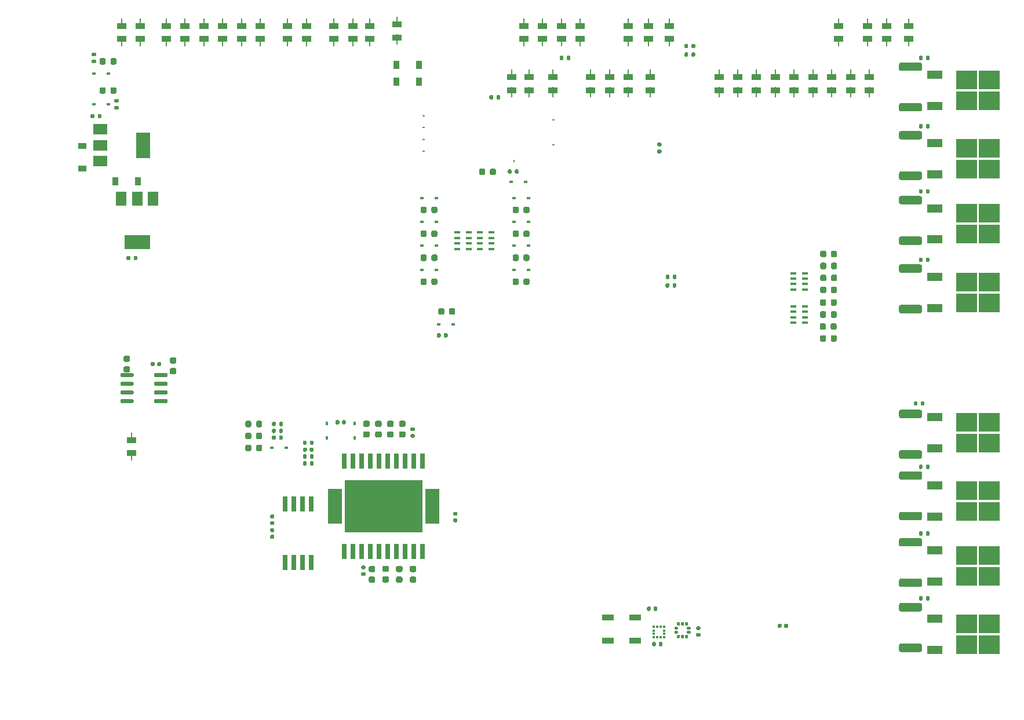
<source format=gtp>
G04 #@! TF.GenerationSoftware,KiCad,Pcbnew,(5.99.0-11247-g3f6811f413)*
G04 #@! TF.CreationDate,2021-09-04T12:27:08+03:00*
G04 #@! TF.ProjectId,hellen88bmw,68656c6c-656e-4383-9862-6d772e6b6963,A*
G04 #@! TF.SameCoordinates,PX3d1b110PY9269338*
G04 #@! TF.FileFunction,Paste,Top*
G04 #@! TF.FilePolarity,Positive*
%FSLAX46Y46*%
G04 Gerber Fmt 4.6, Leading zero omitted, Abs format (unit mm)*
G04 Created by KiCad (PCBNEW (5.99.0-11247-g3f6811f413)) date 2021-09-04 12:27:08*
%MOMM*%
%LPD*%
G01*
G04 APERTURE LIST*
%ADD10R,1.397000X0.889000*%
%ADD11R,0.203200X1.524000*%
%ADD12R,3.050000X2.750000*%
%ADD13R,2.200000X1.200000*%
%ADD14R,0.640000X2.160000*%
%ADD15R,0.600000X0.450000*%
%ADD16R,0.900000X1.200000*%
%ADD17R,1.700000X0.900000*%
%ADD18R,0.900000X0.400000*%
%ADD19R,0.800000X2.200000*%
%ADD20R,2.032000X5.080000*%
%ADD21R,11.430000X7.620000*%
%ADD22O,0.000001X0.000001*%
%ADD23R,0.350000X0.400000*%
%ADD24R,0.400000X0.350000*%
%ADD25O,0.500000X0.250000*%
%ADD26O,0.250000X0.500000*%
%ADD27R,1.500000X2.000000*%
%ADD28R,3.800000X2.000000*%
%ADD29R,2.000000X1.500000*%
%ADD30R,2.000000X3.800000*%
%ADD31R,0.450000X0.600000*%
%ADD32R,1.200000X0.900000*%
G04 APERTURE END LIST*
D10*
G04 #@! TO.C,JP1*
X20926000Y99475500D03*
D11*
X20926000Y99793000D03*
X20926000Y97253000D03*
D10*
X20926000Y97570500D03*
G04 #@! TD*
G04 #@! TO.C,JP3*
X30176000Y99475500D03*
D11*
X30176000Y99793000D03*
X30176000Y97253000D03*
D10*
X30176000Y97570500D03*
G04 #@! TD*
G04 #@! TO.C,JP4*
X35676000Y99475500D03*
D11*
X35676000Y99793000D03*
D10*
X35676000Y97570500D03*
D11*
X35676000Y97253000D03*
G04 #@! TD*
G04 #@! TO.C,JP5*
X45176000Y99793000D03*
D10*
X45176000Y99475500D03*
D11*
X45176000Y97253000D03*
D10*
X45176000Y97570500D03*
G04 #@! TD*
G04 #@! TO.C,JP7*
X51926000Y99475500D03*
D11*
X51926000Y99793000D03*
D10*
X51926000Y97570500D03*
D11*
X51926000Y97253000D03*
G04 #@! TD*
G04 #@! TO.C,JP16*
X85176000Y99793000D03*
D10*
X85176000Y99475500D03*
X85176000Y97570500D03*
D11*
X85176000Y97253000D03*
G04 #@! TD*
G04 #@! TO.C,JP17*
X87926000Y99793000D03*
D10*
X87926000Y99475500D03*
X87926000Y97570500D03*
D11*
X87926000Y97253000D03*
G04 #@! TD*
G04 #@! TO.C,JP20*
X94926000Y92293000D03*
D10*
X94926000Y91975500D03*
X94926000Y90070500D03*
D11*
X94926000Y89753000D03*
G04 #@! TD*
G04 #@! TO.C,JP21*
X98176000Y92293000D03*
D10*
X98176000Y91975500D03*
D11*
X98176000Y89753000D03*
D10*
X98176000Y90070500D03*
G04 #@! TD*
G04 #@! TO.C,JP22*
X110926000Y91975500D03*
D11*
X110926000Y92293000D03*
D10*
X110926000Y90070500D03*
D11*
X110926000Y89753000D03*
G04 #@! TD*
D10*
G04 #@! TO.C,JP23*
X116426000Y91975500D03*
D11*
X116426000Y92293000D03*
X116426000Y89753000D03*
D10*
X116426000Y90070500D03*
G04 #@! TD*
G04 #@! TO.C,JP24*
X121926000Y91975500D03*
D11*
X121926000Y92293000D03*
D10*
X121926000Y90070500D03*
D11*
X121926000Y89753000D03*
G04 #@! TD*
G04 #@! TO.C,JP25*
X125676000Y99793000D03*
D10*
X125676000Y99475500D03*
X125676000Y97570500D03*
D11*
X125676000Y97253000D03*
G04 #@! TD*
G04 #@! TO.C,JP26*
X129926000Y99793000D03*
D10*
X129926000Y99475500D03*
D11*
X129926000Y97253000D03*
D10*
X129926000Y97570500D03*
G04 #@! TD*
G04 #@! TO.C,JP27*
X135926000Y99475500D03*
D11*
X135926000Y99793000D03*
D10*
X135926000Y97570500D03*
D11*
X135926000Y97253000D03*
G04 #@! TD*
D10*
G04 #@! TO.C,JP29*
X23676000Y99475500D03*
D11*
X23676000Y99793000D03*
X23676000Y97253000D03*
D10*
X23676000Y97570500D03*
G04 #@! TD*
G04 #@! TO.C,JP31*
X32926000Y99475500D03*
D11*
X32926000Y99793000D03*
D10*
X32926000Y97570500D03*
D11*
X32926000Y97253000D03*
G04 #@! TD*
D10*
G04 #@! TO.C,JP32*
X41176000Y99475500D03*
D11*
X41176000Y99793000D03*
D10*
X41176000Y97570500D03*
D11*
X41176000Y97253000D03*
G04 #@! TD*
D10*
G04 #@! TO.C,JP33*
X47926000Y99475500D03*
D11*
X47926000Y99793000D03*
X47926000Y97253000D03*
D10*
X47926000Y97570500D03*
G04 #@! TD*
D11*
G04 #@! TO.C,JP35*
X57176000Y99793000D03*
D10*
X57176000Y99475500D03*
D11*
X57176000Y97253000D03*
D10*
X57176000Y97570500D03*
G04 #@! TD*
G04 #@! TO.C,JP41*
X77926000Y91975500D03*
D11*
X77926000Y92293000D03*
D10*
X77926000Y90070500D03*
D11*
X77926000Y89753000D03*
G04 #@! TD*
D10*
G04 #@! TO.C,JP42*
X80426000Y91975500D03*
D11*
X80426000Y92293000D03*
D10*
X80426000Y90070500D03*
D11*
X80426000Y89753000D03*
G04 #@! TD*
G04 #@! TO.C,JP43*
X82426000Y99793000D03*
D10*
X82426000Y99475500D03*
D11*
X82426000Y97253000D03*
D10*
X82426000Y97570500D03*
G04 #@! TD*
G04 #@! TO.C,JP46*
X89426000Y91975500D03*
D11*
X89426000Y92293000D03*
X89426000Y89753000D03*
D10*
X89426000Y90070500D03*
G04 #@! TD*
D11*
G04 #@! TO.C,JP47*
X92176000Y92293000D03*
D10*
X92176000Y91975500D03*
X92176000Y90070500D03*
D11*
X92176000Y89753000D03*
G04 #@! TD*
G04 #@! TO.C,JP50*
X113676000Y92293000D03*
D10*
X113676000Y91975500D03*
X113676000Y90070500D03*
D11*
X113676000Y89753000D03*
G04 #@! TD*
D10*
G04 #@! TO.C,JP51*
X119176000Y91975500D03*
D11*
X119176000Y92293000D03*
X119176000Y89753000D03*
D10*
X119176000Y90070500D03*
G04 #@! TD*
G04 #@! TO.C,JP52*
X124676000Y91975500D03*
D11*
X124676000Y92293000D03*
X124676000Y89753000D03*
D10*
X124676000Y90070500D03*
G04 #@! TD*
D11*
G04 #@! TO.C,JP54*
X132676000Y99793000D03*
D10*
X132676000Y99475500D03*
D11*
X132676000Y97253000D03*
D10*
X132676000Y97570500D03*
G04 #@! TD*
G04 #@! TO.C,JP56*
X27426000Y99475500D03*
D11*
X27426000Y99793000D03*
D10*
X27426000Y97570500D03*
D11*
X27426000Y97253000D03*
G04 #@! TD*
G04 #@! TO.C,JP73*
X83926000Y92293000D03*
D10*
X83926000Y91975500D03*
D11*
X83926000Y89753000D03*
D10*
X83926000Y90070500D03*
G04 #@! TD*
D11*
G04 #@! TO.C,JP77*
X94926000Y99793000D03*
D10*
X94926000Y99475500D03*
X94926000Y97570500D03*
D11*
X94926000Y97253000D03*
G04 #@! TD*
D10*
G04 #@! TO.C,JP78*
X100926000Y99475500D03*
D11*
X100926000Y99793000D03*
D10*
X100926000Y97570500D03*
D11*
X100926000Y97253000D03*
G04 #@! TD*
D10*
G04 #@! TO.C,JP85*
X130176000Y91975500D03*
D11*
X130176000Y92293000D03*
D10*
X130176000Y90070500D03*
D11*
X130176000Y89753000D03*
G04 #@! TD*
G04 #@! TO.C,JP86*
X127426000Y92293000D03*
D10*
X127426000Y91975500D03*
X127426000Y90070500D03*
D11*
X127426000Y89753000D03*
G04 #@! TD*
G04 #@! TO.C,JP59*
X38426000Y99793000D03*
D10*
X38426000Y99475500D03*
D11*
X38426000Y97253000D03*
D10*
X38426000Y97570500D03*
G04 #@! TD*
D11*
G04 #@! TO.C,JP49*
X108176000Y92293000D03*
D10*
X108176000Y91975500D03*
X108176000Y90070500D03*
D11*
X108176000Y89753000D03*
G04 #@! TD*
D12*
G04 #@! TO.C,Q1*
X144351000Y31548000D03*
X147701000Y31548000D03*
X147701000Y28498000D03*
X144351000Y28498000D03*
D13*
X139726000Y32303000D03*
X139726000Y27743000D03*
G04 #@! TD*
D12*
G04 #@! TO.C,Q6*
X144351000Y91548000D03*
X147701000Y88498000D03*
X144351000Y88498000D03*
X147701000Y91548000D03*
D13*
X139726000Y92303000D03*
X139726000Y87743000D03*
G04 #@! TD*
D12*
G04 #@! TO.C,Q2*
X147701000Y38498000D03*
X144351000Y41548000D03*
X144351000Y38498000D03*
X147701000Y41548000D03*
D13*
X139726000Y42303000D03*
X139726000Y37743000D03*
G04 #@! TD*
D12*
G04 #@! TO.C,Q5*
X147701000Y81548000D03*
X147701000Y78498000D03*
X144351000Y78498000D03*
X144351000Y81548000D03*
D13*
X139726000Y82303000D03*
X139726000Y77743000D03*
G04 #@! TD*
D12*
G04 #@! TO.C,Q3*
X147701000Y58998000D03*
X144351000Y58998000D03*
X147701000Y62048000D03*
X144351000Y62048000D03*
D13*
X139726000Y62803000D03*
X139726000Y58243000D03*
G04 #@! TD*
D12*
G04 #@! TO.C,Q4*
X147701000Y68998000D03*
X144351000Y68998000D03*
X147701000Y72048000D03*
X144351000Y72048000D03*
D13*
X139726000Y72803000D03*
X139726000Y68243000D03*
G04 #@! TD*
G04 #@! TO.C,C1*
G36*
G01*
X42756000Y26033000D02*
X43096000Y26033000D01*
G75*
G02*
X43236000Y25893000I0J-140000D01*
G01*
X43236000Y25613000D01*
G75*
G02*
X43096000Y25473000I-140000J0D01*
G01*
X42756000Y25473000D01*
G75*
G02*
X42616000Y25613000I0J140000D01*
G01*
X42616000Y25893000D01*
G75*
G02*
X42756000Y26033000I140000J0D01*
G01*
G37*
G36*
G01*
X42756000Y25073000D02*
X43096000Y25073000D01*
G75*
G02*
X43236000Y24933000I0J-140000D01*
G01*
X43236000Y24653000D01*
G75*
G02*
X43096000Y24513000I-140000J0D01*
G01*
X42756000Y24513000D01*
G75*
G02*
X42616000Y24653000I0J140000D01*
G01*
X42616000Y24933000D01*
G75*
G02*
X42756000Y25073000I140000J0D01*
G01*
G37*
G04 #@! TD*
G04 #@! TO.C,C2*
G36*
G01*
X43096000Y26513000D02*
X42756000Y26513000D01*
G75*
G02*
X42616000Y26653000I0J140000D01*
G01*
X42616000Y26933000D01*
G75*
G02*
X42756000Y27073000I140000J0D01*
G01*
X43096000Y27073000D01*
G75*
G02*
X43236000Y26933000I0J-140000D01*
G01*
X43236000Y26653000D01*
G75*
G02*
X43096000Y26513000I-140000J0D01*
G01*
G37*
G36*
G01*
X43096000Y27473000D02*
X42756000Y27473000D01*
G75*
G02*
X42616000Y27613000I0J140000D01*
G01*
X42616000Y27893000D01*
G75*
G02*
X42756000Y28033000I140000J0D01*
G01*
X43096000Y28033000D01*
G75*
G02*
X43236000Y27893000I0J-140000D01*
G01*
X43236000Y27613000D01*
G75*
G02*
X43096000Y27473000I-140000J0D01*
G01*
G37*
G04 #@! TD*
D14*
G04 #@! TO.C,U1*
X44771000Y21003000D03*
X46041000Y21003000D03*
X47311000Y21003000D03*
X48581000Y21003000D03*
X48581000Y29543000D03*
X47311000Y29543000D03*
X46041000Y29543000D03*
X44771000Y29543000D03*
G04 #@! TD*
G04 #@! TO.C,R1*
G36*
G01*
X16396000Y86088000D02*
X16396000Y86458000D01*
G75*
G02*
X16531000Y86593000I135000J0D01*
G01*
X16801000Y86593000D01*
G75*
G02*
X16936000Y86458000I0J-135000D01*
G01*
X16936000Y86088000D01*
G75*
G02*
X16801000Y85953000I-135000J0D01*
G01*
X16531000Y85953000D01*
G75*
G02*
X16396000Y86088000I0J135000D01*
G01*
G37*
G36*
G01*
X17416000Y86088000D02*
X17416000Y86458000D01*
G75*
G02*
X17551000Y86593000I135000J0D01*
G01*
X17821000Y86593000D01*
G75*
G02*
X17956000Y86458000I0J-135000D01*
G01*
X17956000Y86088000D01*
G75*
G02*
X17821000Y85953000I-135000J0D01*
G01*
X17551000Y85953000D01*
G75*
G02*
X17416000Y86088000I0J135000D01*
G01*
G37*
G04 #@! TD*
D15*
G04 #@! TO.C,D14*
X66876000Y70823000D03*
X64776000Y70823000D03*
G04 #@! TD*
G04 #@! TO.C,R10*
G36*
G01*
X137601000Y17448000D02*
X134751000Y17448000D01*
G75*
G02*
X134501000Y17698000I0J250000D01*
G01*
X134501000Y18423000D01*
G75*
G02*
X134751000Y18673000I250000J0D01*
G01*
X137601000Y18673000D01*
G75*
G02*
X137851000Y18423000I0J-250000D01*
G01*
X137851000Y17698000D01*
G75*
G02*
X137601000Y17448000I-250000J0D01*
G01*
G37*
G36*
G01*
X137601000Y23373000D02*
X134751000Y23373000D01*
G75*
G02*
X134501000Y23623000I0J250000D01*
G01*
X134501000Y24348000D01*
G75*
G02*
X134751000Y24598000I250000J0D01*
G01*
X137601000Y24598000D01*
G75*
G02*
X137851000Y24348000I0J-250000D01*
G01*
X137851000Y23623000D01*
G75*
G02*
X137601000Y23373000I-250000J0D01*
G01*
G37*
G04 #@! TD*
G04 #@! TO.C,D23*
G36*
G01*
X122988500Y65866750D02*
X122988500Y66379250D01*
G75*
G02*
X123207250Y66598000I218750J0D01*
G01*
X123644750Y66598000D01*
G75*
G02*
X123863500Y66379250I0J-218750D01*
G01*
X123863500Y65866750D01*
G75*
G02*
X123644750Y65648000I-218750J0D01*
G01*
X123207250Y65648000D01*
G75*
G02*
X122988500Y65866750I0J218750D01*
G01*
G37*
G36*
G01*
X124563500Y65866750D02*
X124563500Y66379250D01*
G75*
G02*
X124782250Y66598000I218750J0D01*
G01*
X125219750Y66598000D01*
G75*
G02*
X125438500Y66379250I0J-218750D01*
G01*
X125438500Y65866750D01*
G75*
G02*
X125219750Y65648000I-218750J0D01*
G01*
X124782250Y65648000D01*
G75*
G02*
X124563500Y65866750I0J218750D01*
G01*
G37*
G04 #@! TD*
G04 #@! TO.C,D25*
G36*
G01*
X64601000Y65316750D02*
X64601000Y65829250D01*
G75*
G02*
X64819750Y66048000I218750J0D01*
G01*
X65257250Y66048000D01*
G75*
G02*
X65476000Y65829250I0J-218750D01*
G01*
X65476000Y65316750D01*
G75*
G02*
X65257250Y65098000I-218750J0D01*
G01*
X64819750Y65098000D01*
G75*
G02*
X64601000Y65316750I0J218750D01*
G01*
G37*
G36*
G01*
X66176000Y65316750D02*
X66176000Y65829250D01*
G75*
G02*
X66394750Y66048000I218750J0D01*
G01*
X66832250Y66048000D01*
G75*
G02*
X67051000Y65829250I0J-218750D01*
G01*
X67051000Y65316750D01*
G75*
G02*
X66832250Y65098000I-218750J0D01*
G01*
X66394750Y65098000D01*
G75*
G02*
X66176000Y65316750I0J218750D01*
G01*
G37*
G04 #@! TD*
D16*
G04 #@! TO.C,D10*
X20026000Y76773000D03*
X23326000Y76773000D03*
G04 #@! TD*
G04 #@! TO.C,D27*
G36*
G01*
X80501000Y69329250D02*
X80501000Y68816750D01*
G75*
G02*
X80282250Y68598000I-218750J0D01*
G01*
X79844750Y68598000D01*
G75*
G02*
X79626000Y68816750I0J218750D01*
G01*
X79626000Y69329250D01*
G75*
G02*
X79844750Y69548000I218750J0D01*
G01*
X80282250Y69548000D01*
G75*
G02*
X80501000Y69329250I0J-218750D01*
G01*
G37*
G36*
G01*
X78926000Y69329250D02*
X78926000Y68816750D01*
G75*
G02*
X78707250Y68598000I-218750J0D01*
G01*
X78269750Y68598000D01*
G75*
G02*
X78051000Y68816750I0J218750D01*
G01*
X78051000Y69329250D01*
G75*
G02*
X78269750Y69548000I218750J0D01*
G01*
X78707250Y69548000D01*
G75*
G02*
X78926000Y69329250I0J-218750D01*
G01*
G37*
G04 #@! TD*
G04 #@! TO.C,R6*
G36*
G01*
X99291000Y82403000D02*
X99661000Y82403000D01*
G75*
G02*
X99796000Y82268000I0J-135000D01*
G01*
X99796000Y81998000D01*
G75*
G02*
X99661000Y81863000I-135000J0D01*
G01*
X99291000Y81863000D01*
G75*
G02*
X99156000Y81998000I0J135000D01*
G01*
X99156000Y82268000D01*
G75*
G02*
X99291000Y82403000I135000J0D01*
G01*
G37*
G36*
G01*
X99291000Y81383000D02*
X99661000Y81383000D01*
G75*
G02*
X99796000Y81248000I0J-135000D01*
G01*
X99796000Y80978000D01*
G75*
G02*
X99661000Y80843000I-135000J0D01*
G01*
X99291000Y80843000D01*
G75*
G02*
X99156000Y80978000I0J135000D01*
G01*
X99156000Y81248000D01*
G75*
G02*
X99291000Y81383000I135000J0D01*
G01*
G37*
G04 #@! TD*
G04 #@! TO.C,C13*
G36*
G01*
X61231000Y20528000D02*
X61731000Y20528000D01*
G75*
G02*
X61956000Y20303000I0J-225000D01*
G01*
X61956000Y19853000D01*
G75*
G02*
X61731000Y19628000I-225000J0D01*
G01*
X61231000Y19628000D01*
G75*
G02*
X61006000Y19853000I0J225000D01*
G01*
X61006000Y20303000D01*
G75*
G02*
X61231000Y20528000I225000J0D01*
G01*
G37*
G36*
G01*
X61231000Y18978000D02*
X61731000Y18978000D01*
G75*
G02*
X61956000Y18753000I0J-225000D01*
G01*
X61956000Y18303000D01*
G75*
G02*
X61731000Y18078000I-225000J0D01*
G01*
X61231000Y18078000D01*
G75*
G02*
X61006000Y18303000I0J225000D01*
G01*
X61006000Y18753000D01*
G75*
G02*
X61231000Y18978000I225000J0D01*
G01*
G37*
G04 #@! TD*
G04 #@! TO.C,D29*
G36*
G01*
X64601000Y61816750D02*
X64601000Y62329250D01*
G75*
G02*
X64819750Y62548000I218750J0D01*
G01*
X65257250Y62548000D01*
G75*
G02*
X65476000Y62329250I0J-218750D01*
G01*
X65476000Y61816750D01*
G75*
G02*
X65257250Y61598000I-218750J0D01*
G01*
X64819750Y61598000D01*
G75*
G02*
X64601000Y61816750I0J218750D01*
G01*
G37*
G36*
G01*
X66176000Y61816750D02*
X66176000Y62329250D01*
G75*
G02*
X66394750Y62548000I218750J0D01*
G01*
X66832250Y62548000D01*
G75*
G02*
X67051000Y62329250I0J-218750D01*
G01*
X67051000Y61816750D01*
G75*
G02*
X66832250Y61598000I-218750J0D01*
G01*
X66394750Y61598000D01*
G75*
G02*
X66176000Y61816750I0J218750D01*
G01*
G37*
G04 #@! TD*
D17*
G04 #@! TO.C,SW2*
X95926000Y12973000D03*
X95926000Y9573000D03*
G04 #@! TD*
D15*
G04 #@! TO.C,D1*
X16876000Y88023000D03*
X18976000Y88023000D03*
G04 #@! TD*
G04 #@! TO.C,R33*
G36*
G01*
X42896000Y39088000D02*
X42896000Y39458000D01*
G75*
G02*
X43031000Y39593000I135000J0D01*
G01*
X43301000Y39593000D01*
G75*
G02*
X43436000Y39458000I0J-135000D01*
G01*
X43436000Y39088000D01*
G75*
G02*
X43301000Y38953000I-135000J0D01*
G01*
X43031000Y38953000D01*
G75*
G02*
X42896000Y39088000I0J135000D01*
G01*
G37*
G36*
G01*
X43916000Y39088000D02*
X43916000Y39458000D01*
G75*
G02*
X44051000Y39593000I135000J0D01*
G01*
X44321000Y39593000D01*
G75*
G02*
X44456000Y39458000I0J-135000D01*
G01*
X44456000Y39088000D01*
G75*
G02*
X44321000Y38953000I-135000J0D01*
G01*
X44051000Y38953000D01*
G75*
G02*
X43916000Y39088000I0J135000D01*
G01*
G37*
G04 #@! TD*
D18*
G04 #@! TO.C,RN7*
X71676000Y66873000D03*
X71676000Y67673000D03*
X71676000Y68473000D03*
X71676000Y69273000D03*
X69976000Y69273000D03*
X69976000Y68473000D03*
X69976000Y67673000D03*
X69976000Y66873000D03*
G04 #@! TD*
D19*
G04 #@! TO.C,U6*
X64891000Y35873000D03*
X63621000Y35873000D03*
X62351000Y35873000D03*
X61081000Y35873000D03*
X59811000Y35873000D03*
X58541000Y35873000D03*
X57271000Y35873000D03*
X56001000Y35873000D03*
X54731000Y35873000D03*
X53461000Y35873000D03*
X53461000Y22673000D03*
X54731000Y22673000D03*
X56001000Y22673000D03*
X57271000Y22673000D03*
X58541000Y22673000D03*
X59811000Y22673000D03*
X61081000Y22673000D03*
X62351000Y22673000D03*
X63621000Y22673000D03*
X64891000Y22673000D03*
D20*
X66288000Y29273000D03*
D21*
X59176000Y29273000D03*
D20*
X52064000Y29273000D03*
G04 #@! TD*
D12*
G04 #@! TO.C,Q7*
X147701000Y22048000D03*
X144351000Y22048000D03*
X147701000Y18998000D03*
X144351000Y18998000D03*
D13*
X139726000Y22803000D03*
X139726000Y18243000D03*
G04 #@! TD*
G04 #@! TO.C,D28*
G36*
G01*
X64601000Y68816750D02*
X64601000Y69329250D01*
G75*
G02*
X64819750Y69548000I218750J0D01*
G01*
X65257250Y69548000D01*
G75*
G02*
X65476000Y69329250I0J-218750D01*
G01*
X65476000Y68816750D01*
G75*
G02*
X65257250Y68598000I-218750J0D01*
G01*
X64819750Y68598000D01*
G75*
G02*
X64601000Y68816750I0J218750D01*
G01*
G37*
G36*
G01*
X66176000Y68816750D02*
X66176000Y69329250D01*
G75*
G02*
X66394750Y69548000I218750J0D01*
G01*
X66832250Y69548000D01*
G75*
G02*
X67051000Y69329250I0J-218750D01*
G01*
X67051000Y68816750D01*
G75*
G02*
X66832250Y68598000I-218750J0D01*
G01*
X66394750Y68598000D01*
G75*
G02*
X66176000Y68816750I0J218750D01*
G01*
G37*
G04 #@! TD*
G04 #@! TO.C,R9*
G36*
G01*
X137601000Y57448000D02*
X134751000Y57448000D01*
G75*
G02*
X134501000Y57698000I0J250000D01*
G01*
X134501000Y58423000D01*
G75*
G02*
X134751000Y58673000I250000J0D01*
G01*
X137601000Y58673000D01*
G75*
G02*
X137851000Y58423000I0J-250000D01*
G01*
X137851000Y57698000D01*
G75*
G02*
X137601000Y57448000I-250000J0D01*
G01*
G37*
G36*
G01*
X137601000Y63373000D02*
X134751000Y63373000D01*
G75*
G02*
X134501000Y63623000I0J250000D01*
G01*
X134501000Y64348000D01*
G75*
G02*
X134751000Y64598000I250000J0D01*
G01*
X137601000Y64598000D01*
G75*
G02*
X137851000Y64348000I0J-250000D01*
G01*
X137851000Y63623000D01*
G75*
G02*
X137601000Y63373000I-250000J0D01*
G01*
G37*
G04 #@! TD*
G04 #@! TO.C,D11*
G36*
G01*
X67188500Y57466750D02*
X67188500Y57979250D01*
G75*
G02*
X67407250Y58198000I218750J0D01*
G01*
X67844750Y58198000D01*
G75*
G02*
X68063500Y57979250I0J-218750D01*
G01*
X68063500Y57466750D01*
G75*
G02*
X67844750Y57248000I-218750J0D01*
G01*
X67407250Y57248000D01*
G75*
G02*
X67188500Y57466750I0J218750D01*
G01*
G37*
G36*
G01*
X68763500Y57466750D02*
X68763500Y57979250D01*
G75*
G02*
X68982250Y58198000I218750J0D01*
G01*
X69419750Y58198000D01*
G75*
G02*
X69638500Y57979250I0J-218750D01*
G01*
X69638500Y57466750D01*
G75*
G02*
X69419750Y57248000I-218750J0D01*
G01*
X68982250Y57248000D01*
G75*
G02*
X68763500Y57466750I0J218750D01*
G01*
G37*
G04 #@! TD*
G04 #@! TO.C,C21*
G36*
G01*
X56926000Y39298000D02*
X56426000Y39298000D01*
G75*
G02*
X56201000Y39523000I0J225000D01*
G01*
X56201000Y39973000D01*
G75*
G02*
X56426000Y40198000I225000J0D01*
G01*
X56926000Y40198000D01*
G75*
G02*
X57151000Y39973000I0J-225000D01*
G01*
X57151000Y39523000D01*
G75*
G02*
X56926000Y39298000I-225000J0D01*
G01*
G37*
G36*
G01*
X56926000Y40848000D02*
X56426000Y40848000D01*
G75*
G02*
X56201000Y41073000I0J225000D01*
G01*
X56201000Y41523000D01*
G75*
G02*
X56426000Y41748000I225000J0D01*
G01*
X56926000Y41748000D01*
G75*
G02*
X57151000Y41523000I0J-225000D01*
G01*
X57151000Y41073000D01*
G75*
G02*
X56926000Y40848000I-225000J0D01*
G01*
G37*
G04 #@! TD*
G04 #@! TO.C,R31*
G36*
G01*
X42896000Y41088000D02*
X42896000Y41458000D01*
G75*
G02*
X43031000Y41593000I135000J0D01*
G01*
X43301000Y41593000D01*
G75*
G02*
X43436000Y41458000I0J-135000D01*
G01*
X43436000Y41088000D01*
G75*
G02*
X43301000Y40953000I-135000J0D01*
G01*
X43031000Y40953000D01*
G75*
G02*
X42896000Y41088000I0J135000D01*
G01*
G37*
G36*
G01*
X43916000Y41088000D02*
X43916000Y41458000D01*
G75*
G02*
X44051000Y41593000I135000J0D01*
G01*
X44321000Y41593000D01*
G75*
G02*
X44456000Y41458000I0J-135000D01*
G01*
X44456000Y41088000D01*
G75*
G02*
X44321000Y40953000I-135000J0D01*
G01*
X44051000Y40953000D01*
G75*
G02*
X43916000Y41088000I0J135000D01*
G01*
G37*
G04 #@! TD*
G04 #@! TO.C,D22*
G36*
G01*
X122988500Y62366750D02*
X122988500Y62879250D01*
G75*
G02*
X123207250Y63098000I218750J0D01*
G01*
X123644750Y63098000D01*
G75*
G02*
X123863500Y62879250I0J-218750D01*
G01*
X123863500Y62366750D01*
G75*
G02*
X123644750Y62148000I-218750J0D01*
G01*
X123207250Y62148000D01*
G75*
G02*
X122988500Y62366750I0J218750D01*
G01*
G37*
G36*
G01*
X124563500Y62366750D02*
X124563500Y62879250D01*
G75*
G02*
X124782250Y63098000I218750J0D01*
G01*
X125219750Y63098000D01*
G75*
G02*
X125438500Y62879250I0J-218750D01*
G01*
X125438500Y62366750D01*
G75*
G02*
X125219750Y62148000I-218750J0D01*
G01*
X124782250Y62148000D01*
G75*
G02*
X124563500Y62366750I0J218750D01*
G01*
G37*
G04 #@! TD*
G04 #@! TO.C,C17*
G36*
G01*
X60426000Y39298000D02*
X59926000Y39298000D01*
G75*
G02*
X59701000Y39523000I0J225000D01*
G01*
X59701000Y39973000D01*
G75*
G02*
X59926000Y40198000I225000J0D01*
G01*
X60426000Y40198000D01*
G75*
G02*
X60651000Y39973000I0J-225000D01*
G01*
X60651000Y39523000D01*
G75*
G02*
X60426000Y39298000I-225000J0D01*
G01*
G37*
G36*
G01*
X60426000Y40848000D02*
X59926000Y40848000D01*
G75*
G02*
X59701000Y41073000I0J225000D01*
G01*
X59701000Y41523000D01*
G75*
G02*
X59926000Y41748000I225000J0D01*
G01*
X60426000Y41748000D01*
G75*
G02*
X60651000Y41523000I0J-225000D01*
G01*
X60651000Y41073000D01*
G75*
G02*
X60426000Y40848000I-225000J0D01*
G01*
G37*
G04 #@! TD*
G04 #@! TO.C,C11*
G36*
G01*
X59231000Y20553000D02*
X59731000Y20553000D01*
G75*
G02*
X59956000Y20328000I0J-225000D01*
G01*
X59956000Y19878000D01*
G75*
G02*
X59731000Y19653000I-225000J0D01*
G01*
X59231000Y19653000D01*
G75*
G02*
X59006000Y19878000I0J225000D01*
G01*
X59006000Y20328000D01*
G75*
G02*
X59231000Y20553000I225000J0D01*
G01*
G37*
G36*
G01*
X59231000Y19003000D02*
X59731000Y19003000D01*
G75*
G02*
X59956000Y18778000I0J-225000D01*
G01*
X59956000Y18328000D01*
G75*
G02*
X59731000Y18103000I-225000J0D01*
G01*
X59231000Y18103000D01*
G75*
G02*
X59006000Y18328000I0J225000D01*
G01*
X59006000Y18778000D01*
G75*
G02*
X59231000Y19003000I225000J0D01*
G01*
G37*
G04 #@! TD*
D11*
G04 #@! TO.C,JP14*
X79676000Y99793000D03*
D10*
X79676000Y99475500D03*
D11*
X79676000Y97253000D03*
D10*
X79676000Y97570500D03*
G04 #@! TD*
G04 #@! TO.C,C15*
G36*
G01*
X53686000Y41693000D02*
X53686000Y41353000D01*
G75*
G02*
X53546000Y41213000I-140000J0D01*
G01*
X53266000Y41213000D01*
G75*
G02*
X53126000Y41353000I0J140000D01*
G01*
X53126000Y41693000D01*
G75*
G02*
X53266000Y41833000I140000J0D01*
G01*
X53546000Y41833000D01*
G75*
G02*
X53686000Y41693000I0J-140000D01*
G01*
G37*
G36*
G01*
X52726000Y41693000D02*
X52726000Y41353000D01*
G75*
G02*
X52586000Y41213000I-140000J0D01*
G01*
X52306000Y41213000D01*
G75*
G02*
X52166000Y41353000I0J140000D01*
G01*
X52166000Y41693000D01*
G75*
G02*
X52306000Y41833000I140000J0D01*
G01*
X52586000Y41833000D01*
G75*
G02*
X52726000Y41693000I0J-140000D01*
G01*
G37*
G04 #@! TD*
G04 #@! TO.C,R26*
G36*
G01*
X104706000Y95458000D02*
X104706000Y95088000D01*
G75*
G02*
X104571000Y94953000I-135000J0D01*
G01*
X104301000Y94953000D01*
G75*
G02*
X104166000Y95088000I0J135000D01*
G01*
X104166000Y95458000D01*
G75*
G02*
X104301000Y95593000I135000J0D01*
G01*
X104571000Y95593000D01*
G75*
G02*
X104706000Y95458000I0J-135000D01*
G01*
G37*
G36*
G01*
X103686000Y95458000D02*
X103686000Y95088000D01*
G75*
G02*
X103551000Y94953000I-135000J0D01*
G01*
X103281000Y94953000D01*
G75*
G02*
X103146000Y95088000I0J135000D01*
G01*
X103146000Y95458000D01*
G75*
G02*
X103281000Y95593000I135000J0D01*
G01*
X103551000Y95593000D01*
G75*
G02*
X103686000Y95458000I0J-135000D01*
G01*
G37*
G04 #@! TD*
G04 #@! TO.C,R14*
G36*
G01*
X134751000Y15098000D02*
X137601000Y15098000D01*
G75*
G02*
X137851000Y14848000I0J-250000D01*
G01*
X137851000Y14123000D01*
G75*
G02*
X137601000Y13873000I-250000J0D01*
G01*
X134751000Y13873000D01*
G75*
G02*
X134501000Y14123000I0J250000D01*
G01*
X134501000Y14848000D01*
G75*
G02*
X134751000Y15098000I250000J0D01*
G01*
G37*
G36*
G01*
X134751000Y9173000D02*
X137601000Y9173000D01*
G75*
G02*
X137851000Y8923000I0J-250000D01*
G01*
X137851000Y8198000D01*
G75*
G02*
X137601000Y7948000I-250000J0D01*
G01*
X134751000Y7948000D01*
G75*
G02*
X134501000Y8198000I0J250000D01*
G01*
X134501000Y8923000D01*
G75*
G02*
X134751000Y9173000I250000J0D01*
G01*
G37*
G04 #@! TD*
G04 #@! TO.C,JP36*
X61176000Y99678000D03*
D11*
X61176000Y99995500D03*
X61176000Y97455500D03*
D10*
X61176000Y97773000D03*
G04 #@! TD*
G04 #@! TO.C,D16*
G36*
G01*
X122951000Y53516750D02*
X122951000Y54029250D01*
G75*
G02*
X123169750Y54248000I218750J0D01*
G01*
X123607250Y54248000D01*
G75*
G02*
X123826000Y54029250I0J-218750D01*
G01*
X123826000Y53516750D01*
G75*
G02*
X123607250Y53298000I-218750J0D01*
G01*
X123169750Y53298000D01*
G75*
G02*
X122951000Y53516750I0J218750D01*
G01*
G37*
G36*
G01*
X124526000Y53516750D02*
X124526000Y54029250D01*
G75*
G02*
X124744750Y54248000I218750J0D01*
G01*
X125182250Y54248000D01*
G75*
G02*
X125401000Y54029250I0J-218750D01*
G01*
X125401000Y53516750D01*
G75*
G02*
X125182250Y53298000I-218750J0D01*
G01*
X124744750Y53298000D01*
G75*
G02*
X124526000Y53516750I0J218750D01*
G01*
G37*
G04 #@! TD*
G04 #@! TO.C,R4*
G36*
G01*
X74646000Y88838000D02*
X74646000Y89208000D01*
G75*
G02*
X74781000Y89343000I135000J0D01*
G01*
X75051000Y89343000D01*
G75*
G02*
X75186000Y89208000I0J-135000D01*
G01*
X75186000Y88838000D01*
G75*
G02*
X75051000Y88703000I-135000J0D01*
G01*
X74781000Y88703000D01*
G75*
G02*
X74646000Y88838000I0J135000D01*
G01*
G37*
G36*
G01*
X75666000Y88838000D02*
X75666000Y89208000D01*
G75*
G02*
X75801000Y89343000I135000J0D01*
G01*
X76071000Y89343000D01*
G75*
G02*
X76206000Y89208000I0J-135000D01*
G01*
X76206000Y88838000D01*
G75*
G02*
X76071000Y88703000I-135000J0D01*
G01*
X75801000Y88703000D01*
G75*
G02*
X75666000Y88838000I0J135000D01*
G01*
G37*
G04 #@! TD*
G04 #@! TO.C,R7*
G36*
G01*
X137601000Y27198000D02*
X134751000Y27198000D01*
G75*
G02*
X134501000Y27448000I0J250000D01*
G01*
X134501000Y28173000D01*
G75*
G02*
X134751000Y28423000I250000J0D01*
G01*
X137601000Y28423000D01*
G75*
G02*
X137851000Y28173000I0J-250000D01*
G01*
X137851000Y27448000D01*
G75*
G02*
X137601000Y27198000I-250000J0D01*
G01*
G37*
G36*
G01*
X137601000Y33123000D02*
X134751000Y33123000D01*
G75*
G02*
X134501000Y33373000I0J250000D01*
G01*
X134501000Y34098000D01*
G75*
G02*
X134751000Y34348000I250000J0D01*
G01*
X137601000Y34348000D01*
G75*
G02*
X137851000Y34098000I0J-250000D01*
G01*
X137851000Y33373000D01*
G75*
G02*
X137601000Y33123000I-250000J0D01*
G01*
G37*
G04 #@! TD*
D18*
G04 #@! TO.C,RN5*
X119076000Y58473000D03*
X119076000Y57673000D03*
X119076000Y56873000D03*
X119076000Y56073000D03*
X120776000Y56073000D03*
X120776000Y56873000D03*
X120776000Y57673000D03*
X120776000Y58473000D03*
G04 #@! TD*
G04 #@! TO.C,C19*
G36*
G01*
X58676000Y39298000D02*
X58176000Y39298000D01*
G75*
G02*
X57951000Y39523000I0J225000D01*
G01*
X57951000Y39973000D01*
G75*
G02*
X58176000Y40198000I225000J0D01*
G01*
X58676000Y40198000D01*
G75*
G02*
X58901000Y39973000I0J-225000D01*
G01*
X58901000Y39523000D01*
G75*
G02*
X58676000Y39298000I-225000J0D01*
G01*
G37*
G36*
G01*
X58676000Y40848000D02*
X58176000Y40848000D01*
G75*
G02*
X57951000Y41073000I0J225000D01*
G01*
X57951000Y41523000D01*
G75*
G02*
X58176000Y41748000I225000J0D01*
G01*
X58676000Y41748000D01*
G75*
G02*
X58901000Y41523000I0J-225000D01*
G01*
X58901000Y41073000D01*
G75*
G02*
X58676000Y40848000I-225000J0D01*
G01*
G37*
G04 #@! TD*
G04 #@! TO.C,R18*
G36*
G01*
X136646000Y44088000D02*
X136646000Y44458000D01*
G75*
G02*
X136781000Y44593000I135000J0D01*
G01*
X137051000Y44593000D01*
G75*
G02*
X137186000Y44458000I0J-135000D01*
G01*
X137186000Y44088000D01*
G75*
G02*
X137051000Y43953000I-135000J0D01*
G01*
X136781000Y43953000D01*
G75*
G02*
X136646000Y44088000I0J135000D01*
G01*
G37*
G36*
G01*
X137666000Y44088000D02*
X137666000Y44458000D01*
G75*
G02*
X137801000Y44593000I135000J0D01*
G01*
X138071000Y44593000D01*
G75*
G02*
X138206000Y44458000I0J-135000D01*
G01*
X138206000Y44088000D01*
G75*
G02*
X138071000Y43953000I-135000J0D01*
G01*
X137801000Y43953000D01*
G75*
G02*
X137666000Y44088000I0J135000D01*
G01*
G37*
G04 #@! TD*
G04 #@! TO.C,R5*
G36*
G01*
X84906000Y94588000D02*
X84906000Y94958000D01*
G75*
G02*
X85041000Y95093000I135000J0D01*
G01*
X85311000Y95093000D01*
G75*
G02*
X85446000Y94958000I0J-135000D01*
G01*
X85446000Y94588000D01*
G75*
G02*
X85311000Y94453000I-135000J0D01*
G01*
X85041000Y94453000D01*
G75*
G02*
X84906000Y94588000I0J135000D01*
G01*
G37*
G36*
G01*
X85926000Y94588000D02*
X85926000Y94958000D01*
G75*
G02*
X86061000Y95093000I135000J0D01*
G01*
X86331000Y95093000D01*
G75*
G02*
X86466000Y94958000I0J-135000D01*
G01*
X86466000Y94588000D01*
G75*
G02*
X86331000Y94453000I-135000J0D01*
G01*
X86061000Y94453000D01*
G75*
G02*
X85926000Y94588000I0J135000D01*
G01*
G37*
G04 #@! TD*
G04 #@! TO.C,R27*
G36*
G01*
X101946000Y61708000D02*
X101946000Y61338000D01*
G75*
G02*
X101811000Y61203000I-135000J0D01*
G01*
X101541000Y61203000D01*
G75*
G02*
X101406000Y61338000I0J135000D01*
G01*
X101406000Y61708000D01*
G75*
G02*
X101541000Y61843000I135000J0D01*
G01*
X101811000Y61843000D01*
G75*
G02*
X101946000Y61708000I0J-135000D01*
G01*
G37*
G36*
G01*
X100926000Y61708000D02*
X100926000Y61338000D01*
G75*
G02*
X100791000Y61203000I-135000J0D01*
G01*
X100521000Y61203000D01*
G75*
G02*
X100386000Y61338000I0J135000D01*
G01*
X100386000Y61708000D01*
G75*
G02*
X100521000Y61843000I135000J0D01*
G01*
X100791000Y61843000D01*
G75*
G02*
X100926000Y61708000I0J-135000D01*
G01*
G37*
G04 #@! TD*
G04 #@! TO.C,R12*
G36*
G01*
X134751000Y84098000D02*
X137601000Y84098000D01*
G75*
G02*
X137851000Y83848000I0J-250000D01*
G01*
X137851000Y83123000D01*
G75*
G02*
X137601000Y82873000I-250000J0D01*
G01*
X134751000Y82873000D01*
G75*
G02*
X134501000Y83123000I0J250000D01*
G01*
X134501000Y83848000D01*
G75*
G02*
X134751000Y84098000I250000J0D01*
G01*
G37*
G36*
G01*
X134751000Y78173000D02*
X137601000Y78173000D01*
G75*
G02*
X137851000Y77923000I0J-250000D01*
G01*
X137851000Y77198000D01*
G75*
G02*
X137601000Y76948000I-250000J0D01*
G01*
X134751000Y76948000D01*
G75*
G02*
X134501000Y77198000I0J250000D01*
G01*
X134501000Y77923000D01*
G75*
G02*
X134751000Y78173000I250000J0D01*
G01*
G37*
G04 #@! TD*
G04 #@! TO.C,RN6*
X119076000Y63323000D03*
X119076000Y62523000D03*
X119076000Y61723000D03*
X119076000Y60923000D03*
X120776000Y60923000D03*
X120776000Y61723000D03*
X120776000Y62523000D03*
X120776000Y63323000D03*
G04 #@! TD*
G04 #@! TO.C,C12*
G36*
G01*
X47436000Y37353000D02*
X47436000Y37693000D01*
G75*
G02*
X47576000Y37833000I140000J0D01*
G01*
X47856000Y37833000D01*
G75*
G02*
X47996000Y37693000I0J-140000D01*
G01*
X47996000Y37353000D01*
G75*
G02*
X47856000Y37213000I-140000J0D01*
G01*
X47576000Y37213000D01*
G75*
G02*
X47436000Y37353000I0J140000D01*
G01*
G37*
G36*
G01*
X48396000Y37353000D02*
X48396000Y37693000D01*
G75*
G02*
X48536000Y37833000I140000J0D01*
G01*
X48816000Y37833000D01*
G75*
G02*
X48956000Y37693000I0J-140000D01*
G01*
X48956000Y37353000D01*
G75*
G02*
X48816000Y37213000I-140000J0D01*
G01*
X48536000Y37213000D01*
G75*
G02*
X48396000Y37353000I0J140000D01*
G01*
G37*
G04 #@! TD*
G04 #@! TO.C,C8*
G36*
G01*
X28676000Y48548000D02*
X28176000Y48548000D01*
G75*
G02*
X27951000Y48773000I0J225000D01*
G01*
X27951000Y49223000D01*
G75*
G02*
X28176000Y49448000I225000J0D01*
G01*
X28676000Y49448000D01*
G75*
G02*
X28901000Y49223000I0J-225000D01*
G01*
X28901000Y48773000D01*
G75*
G02*
X28676000Y48548000I-225000J0D01*
G01*
G37*
G36*
G01*
X28676000Y50098000D02*
X28176000Y50098000D01*
G75*
G02*
X27951000Y50323000I0J225000D01*
G01*
X27951000Y50773000D01*
G75*
G02*
X28176000Y50998000I225000J0D01*
G01*
X28676000Y50998000D01*
G75*
G02*
X28901000Y50773000I0J-225000D01*
G01*
X28901000Y50323000D01*
G75*
G02*
X28676000Y50098000I-225000J0D01*
G01*
G37*
G04 #@! TD*
G04 #@! TO.C,D18*
G36*
G01*
X122988500Y60616750D02*
X122988500Y61129250D01*
G75*
G02*
X123207250Y61348000I218750J0D01*
G01*
X123644750Y61348000D01*
G75*
G02*
X123863500Y61129250I0J-218750D01*
G01*
X123863500Y60616750D01*
G75*
G02*
X123644750Y60398000I-218750J0D01*
G01*
X123207250Y60398000D01*
G75*
G02*
X122988500Y60616750I0J218750D01*
G01*
G37*
G36*
G01*
X124563500Y60616750D02*
X124563500Y61129250D01*
G75*
G02*
X124782250Y61348000I218750J0D01*
G01*
X125219750Y61348000D01*
G75*
G02*
X125438500Y61129250I0J-218750D01*
G01*
X125438500Y60616750D01*
G75*
G02*
X125219750Y60398000I-218750J0D01*
G01*
X124782250Y60398000D01*
G75*
G02*
X124563500Y60616750I0J218750D01*
G01*
G37*
G04 #@! TD*
G04 #@! TO.C,R2*
G36*
G01*
X21646000Y65338000D02*
X21646000Y65708000D01*
G75*
G02*
X21781000Y65843000I135000J0D01*
G01*
X22051000Y65843000D01*
G75*
G02*
X22186000Y65708000I0J-135000D01*
G01*
X22186000Y65338000D01*
G75*
G02*
X22051000Y65203000I-135000J0D01*
G01*
X21781000Y65203000D01*
G75*
G02*
X21646000Y65338000I0J135000D01*
G01*
G37*
G36*
G01*
X22666000Y65338000D02*
X22666000Y65708000D01*
G75*
G02*
X22801000Y65843000I135000J0D01*
G01*
X23071000Y65843000D01*
G75*
G02*
X23206000Y65708000I0J-135000D01*
G01*
X23206000Y65338000D01*
G75*
G02*
X23071000Y65203000I-135000J0D01*
G01*
X22801000Y65203000D01*
G75*
G02*
X22666000Y65338000I0J135000D01*
G01*
G37*
G04 #@! TD*
D16*
G04 #@! TO.C,D3*
X64326000Y91273000D03*
X61026000Y91273000D03*
G04 #@! TD*
D12*
G04 #@! TO.C,Q8*
X144351000Y8998000D03*
X144351000Y12048000D03*
X147701000Y8998000D03*
X147701000Y12048000D03*
D13*
X139726000Y12803000D03*
X139726000Y8243000D03*
G04 #@! TD*
G04 #@! TO.C,R43*
G36*
G01*
X68556000Y54408000D02*
X68556000Y54038000D01*
G75*
G02*
X68421000Y53903000I-135000J0D01*
G01*
X68151000Y53903000D01*
G75*
G02*
X68016000Y54038000I0J135000D01*
G01*
X68016000Y54408000D01*
G75*
G02*
X68151000Y54543000I135000J0D01*
G01*
X68421000Y54543000D01*
G75*
G02*
X68556000Y54408000I0J-135000D01*
G01*
G37*
G36*
G01*
X67536000Y54408000D02*
X67536000Y54038000D01*
G75*
G02*
X67401000Y53903000I-135000J0D01*
G01*
X67131000Y53903000D01*
G75*
G02*
X66996000Y54038000I0J135000D01*
G01*
X66996000Y54408000D01*
G75*
G02*
X67131000Y54543000I135000J0D01*
G01*
X67401000Y54543000D01*
G75*
G02*
X67536000Y54408000I0J-135000D01*
G01*
G37*
G04 #@! TD*
G04 #@! TO.C,D15*
G36*
G01*
X20151000Y94529250D02*
X20151000Y94016750D01*
G75*
G02*
X19932250Y93798000I-218750J0D01*
G01*
X19494750Y93798000D01*
G75*
G02*
X19276000Y94016750I0J218750D01*
G01*
X19276000Y94529250D01*
G75*
G02*
X19494750Y94748000I218750J0D01*
G01*
X19932250Y94748000D01*
G75*
G02*
X20151000Y94529250I0J-218750D01*
G01*
G37*
G36*
G01*
X18576000Y94529250D02*
X18576000Y94016750D01*
G75*
G02*
X18357250Y93798000I-218750J0D01*
G01*
X17919750Y93798000D01*
G75*
G02*
X17701000Y94016750I0J218750D01*
G01*
X17701000Y94529250D01*
G75*
G02*
X17919750Y94748000I218750J0D01*
G01*
X18357250Y94748000D01*
G75*
G02*
X18576000Y94529250I0J-218750D01*
G01*
G37*
G04 #@! TD*
G04 #@! TO.C,D20*
G36*
G01*
X122913500Y55266750D02*
X122913500Y55779250D01*
G75*
G02*
X123132250Y55998000I218750J0D01*
G01*
X123569750Y55998000D01*
G75*
G02*
X123788500Y55779250I0J-218750D01*
G01*
X123788500Y55266750D01*
G75*
G02*
X123569750Y55048000I-218750J0D01*
G01*
X123132250Y55048000D01*
G75*
G02*
X122913500Y55266750I0J218750D01*
G01*
G37*
G36*
G01*
X124488500Y55266750D02*
X124488500Y55779250D01*
G75*
G02*
X124707250Y55998000I218750J0D01*
G01*
X125144750Y55998000D01*
G75*
G02*
X125363500Y55779250I0J-218750D01*
G01*
X125363500Y55266750D01*
G75*
G02*
X125144750Y55048000I-218750J0D01*
G01*
X124707250Y55048000D01*
G75*
G02*
X124488500Y55266750I0J218750D01*
G01*
G37*
G04 #@! TD*
D18*
G04 #@! TO.C,RN8*
X73226000Y69273000D03*
X73226000Y68473000D03*
X73226000Y67673000D03*
X73226000Y66873000D03*
X74926000Y66873000D03*
X74926000Y67673000D03*
X74926000Y68473000D03*
X74926000Y69273000D03*
G04 #@! TD*
D10*
G04 #@! TO.C,JP6*
X54676000Y99475500D03*
D11*
X54676000Y99793000D03*
D10*
X54676000Y97570500D03*
D11*
X54676000Y97253000D03*
G04 #@! TD*
D15*
G04 #@! TO.C,D37*
X78226000Y67323000D03*
X80326000Y67323000D03*
G04 #@! TD*
G04 #@! TO.C,R24*
G36*
G01*
X138956000Y15958000D02*
X138956000Y15588000D01*
G75*
G02*
X138821000Y15453000I-135000J0D01*
G01*
X138551000Y15453000D01*
G75*
G02*
X138416000Y15588000I0J135000D01*
G01*
X138416000Y15958000D01*
G75*
G02*
X138551000Y16093000I135000J0D01*
G01*
X138821000Y16093000D01*
G75*
G02*
X138956000Y15958000I0J-135000D01*
G01*
G37*
G36*
G01*
X137936000Y15958000D02*
X137936000Y15588000D01*
G75*
G02*
X137801000Y15453000I-135000J0D01*
G01*
X137531000Y15453000D01*
G75*
G02*
X137396000Y15588000I0J135000D01*
G01*
X137396000Y15958000D01*
G75*
G02*
X137531000Y16093000I135000J0D01*
G01*
X137801000Y16093000D01*
G75*
G02*
X137936000Y15958000I0J-135000D01*
G01*
G37*
G04 #@! TD*
G04 #@! TO.C,R23*
G36*
G01*
X138966000Y75458000D02*
X138966000Y75088000D01*
G75*
G02*
X138831000Y74953000I-135000J0D01*
G01*
X138561000Y74953000D01*
G75*
G02*
X138426000Y75088000I0J135000D01*
G01*
X138426000Y75458000D01*
G75*
G02*
X138561000Y75593000I135000J0D01*
G01*
X138831000Y75593000D01*
G75*
G02*
X138966000Y75458000I0J-135000D01*
G01*
G37*
G36*
G01*
X137946000Y75458000D02*
X137946000Y75088000D01*
G75*
G02*
X137811000Y74953000I-135000J0D01*
G01*
X137541000Y74953000D01*
G75*
G02*
X137406000Y75088000I0J135000D01*
G01*
X137406000Y75458000D01*
G75*
G02*
X137541000Y75593000I135000J0D01*
G01*
X137811000Y75593000D01*
G75*
G02*
X137946000Y75458000I0J-135000D01*
G01*
G37*
G04 #@! TD*
G04 #@! TO.C,U5*
G36*
G01*
X20726000Y48278000D02*
X20726000Y48578000D01*
G75*
G02*
X20876000Y48728000I150000J0D01*
G01*
X22526000Y48728000D01*
G75*
G02*
X22676000Y48578000I0J-150000D01*
G01*
X22676000Y48278000D01*
G75*
G02*
X22526000Y48128000I-150000J0D01*
G01*
X20876000Y48128000D01*
G75*
G02*
X20726000Y48278000I0J150000D01*
G01*
G37*
G36*
G01*
X20726000Y47008000D02*
X20726000Y47308000D01*
G75*
G02*
X20876000Y47458000I150000J0D01*
G01*
X22526000Y47458000D01*
G75*
G02*
X22676000Y47308000I0J-150000D01*
G01*
X22676000Y47008000D01*
G75*
G02*
X22526000Y46858000I-150000J0D01*
G01*
X20876000Y46858000D01*
G75*
G02*
X20726000Y47008000I0J150000D01*
G01*
G37*
G36*
G01*
X20726000Y45738000D02*
X20726000Y46038000D01*
G75*
G02*
X20876000Y46188000I150000J0D01*
G01*
X22526000Y46188000D01*
G75*
G02*
X22676000Y46038000I0J-150000D01*
G01*
X22676000Y45738000D01*
G75*
G02*
X22526000Y45588000I-150000J0D01*
G01*
X20876000Y45588000D01*
G75*
G02*
X20726000Y45738000I0J150000D01*
G01*
G37*
G36*
G01*
X20726000Y44468000D02*
X20726000Y44768000D01*
G75*
G02*
X20876000Y44918000I150000J0D01*
G01*
X22526000Y44918000D01*
G75*
G02*
X22676000Y44768000I0J-150000D01*
G01*
X22676000Y44468000D01*
G75*
G02*
X22526000Y44318000I-150000J0D01*
G01*
X20876000Y44318000D01*
G75*
G02*
X20726000Y44468000I0J150000D01*
G01*
G37*
G36*
G01*
X25676000Y44468000D02*
X25676000Y44768000D01*
G75*
G02*
X25826000Y44918000I150000J0D01*
G01*
X27476000Y44918000D01*
G75*
G02*
X27626000Y44768000I0J-150000D01*
G01*
X27626000Y44468000D01*
G75*
G02*
X27476000Y44318000I-150000J0D01*
G01*
X25826000Y44318000D01*
G75*
G02*
X25676000Y44468000I0J150000D01*
G01*
G37*
G36*
G01*
X25676000Y45738000D02*
X25676000Y46038000D01*
G75*
G02*
X25826000Y46188000I150000J0D01*
G01*
X27476000Y46188000D01*
G75*
G02*
X27626000Y46038000I0J-150000D01*
G01*
X27626000Y45738000D01*
G75*
G02*
X27476000Y45588000I-150000J0D01*
G01*
X25826000Y45588000D01*
G75*
G02*
X25676000Y45738000I0J150000D01*
G01*
G37*
G36*
G01*
X25676000Y47008000D02*
X25676000Y47308000D01*
G75*
G02*
X25826000Y47458000I150000J0D01*
G01*
X27476000Y47458000D01*
G75*
G02*
X27626000Y47308000I0J-150000D01*
G01*
X27626000Y47008000D01*
G75*
G02*
X27476000Y46858000I-150000J0D01*
G01*
X25826000Y46858000D01*
G75*
G02*
X25676000Y47008000I0J150000D01*
G01*
G37*
G36*
G01*
X25676000Y48278000D02*
X25676000Y48578000D01*
G75*
G02*
X25826000Y48728000I150000J0D01*
G01*
X27476000Y48728000D01*
G75*
G02*
X27626000Y48578000I0J-150000D01*
G01*
X27626000Y48278000D01*
G75*
G02*
X27476000Y48128000I-150000J0D01*
G01*
X25826000Y48128000D01*
G75*
G02*
X25676000Y48278000I0J150000D01*
G01*
G37*
G04 #@! TD*
G04 #@! TO.C,R25*
G36*
G01*
X104706000Y96708000D02*
X104706000Y96338000D01*
G75*
G02*
X104571000Y96203000I-135000J0D01*
G01*
X104301000Y96203000D01*
G75*
G02*
X104166000Y96338000I0J135000D01*
G01*
X104166000Y96708000D01*
G75*
G02*
X104301000Y96843000I135000J0D01*
G01*
X104571000Y96843000D01*
G75*
G02*
X104706000Y96708000I0J-135000D01*
G01*
G37*
G36*
G01*
X103686000Y96708000D02*
X103686000Y96338000D01*
G75*
G02*
X103551000Y96203000I-135000J0D01*
G01*
X103281000Y96203000D01*
G75*
G02*
X103146000Y96338000I0J135000D01*
G01*
X103146000Y96708000D01*
G75*
G02*
X103281000Y96843000I135000J0D01*
G01*
X103551000Y96843000D01*
G75*
G02*
X103686000Y96708000I0J-135000D01*
G01*
G37*
G04 #@! TD*
D22*
G04 #@! TO.C,M4*
X79763500Y7116334D03*
G04 #@! TD*
G04 #@! TO.C,R8*
G36*
G01*
X137601000Y36198000D02*
X134751000Y36198000D01*
G75*
G02*
X134501000Y36448000I0J250000D01*
G01*
X134501000Y37173000D01*
G75*
G02*
X134751000Y37423000I250000J0D01*
G01*
X137601000Y37423000D01*
G75*
G02*
X137851000Y37173000I0J-250000D01*
G01*
X137851000Y36448000D01*
G75*
G02*
X137601000Y36198000I-250000J0D01*
G01*
G37*
G36*
G01*
X137601000Y42123000D02*
X134751000Y42123000D01*
G75*
G02*
X134501000Y42373000I0J250000D01*
G01*
X134501000Y43098000D01*
G75*
G02*
X134751000Y43348000I250000J0D01*
G01*
X137601000Y43348000D01*
G75*
G02*
X137851000Y43098000I0J-250000D01*
G01*
X137851000Y42373000D01*
G75*
G02*
X137601000Y42123000I-250000J0D01*
G01*
G37*
G04 #@! TD*
G04 #@! TO.C,D21*
G36*
G01*
X122951000Y58766750D02*
X122951000Y59279250D01*
G75*
G02*
X123169750Y59498000I218750J0D01*
G01*
X123607250Y59498000D01*
G75*
G02*
X123826000Y59279250I0J-218750D01*
G01*
X123826000Y58766750D01*
G75*
G02*
X123607250Y58548000I-218750J0D01*
G01*
X123169750Y58548000D01*
G75*
G02*
X122951000Y58766750I0J218750D01*
G01*
G37*
G36*
G01*
X124526000Y58766750D02*
X124526000Y59279250D01*
G75*
G02*
X124744750Y59498000I218750J0D01*
G01*
X125182250Y59498000D01*
G75*
G02*
X125401000Y59279250I0J-218750D01*
G01*
X125401000Y58766750D01*
G75*
G02*
X125182250Y58548000I-218750J0D01*
G01*
X124744750Y58548000D01*
G75*
G02*
X124526000Y58766750I0J218750D01*
G01*
G37*
G04 #@! TD*
G04 #@! TO.C,R13*
G36*
G01*
X134751000Y74598000D02*
X137601000Y74598000D01*
G75*
G02*
X137851000Y74348000I0J-250000D01*
G01*
X137851000Y73623000D01*
G75*
G02*
X137601000Y73373000I-250000J0D01*
G01*
X134751000Y73373000D01*
G75*
G02*
X134501000Y73623000I0J250000D01*
G01*
X134501000Y74348000D01*
G75*
G02*
X134751000Y74598000I250000J0D01*
G01*
G37*
G36*
G01*
X134751000Y68673000D02*
X137601000Y68673000D01*
G75*
G02*
X137851000Y68423000I0J-250000D01*
G01*
X137851000Y67698000D01*
G75*
G02*
X137601000Y67448000I-250000J0D01*
G01*
X134751000Y67448000D01*
G75*
G02*
X134501000Y67698000I0J250000D01*
G01*
X134501000Y68423000D01*
G75*
G02*
X134751000Y68673000I250000J0D01*
G01*
G37*
G04 #@! TD*
D16*
G04 #@! TO.C,D8*
X64326000Y93773000D03*
X61026000Y93773000D03*
G04 #@! TD*
D23*
G04 #@! TO.C,U3*
X100176000Y11593000D03*
X99676000Y11593000D03*
X99176000Y11593000D03*
X98676000Y11593000D03*
D24*
X98666000Y11083000D03*
X98666000Y10583000D03*
D23*
X98676000Y10073000D03*
X99176000Y10073000D03*
X99676000Y10073000D03*
X100176000Y10073000D03*
D24*
X100186000Y10583000D03*
X100186000Y11083000D03*
G04 #@! TD*
G04 #@! TO.C,C22*
G36*
G01*
X116766000Y11603000D02*
X116766000Y11943000D01*
G75*
G02*
X116906000Y12083000I140000J0D01*
G01*
X117186000Y12083000D01*
G75*
G02*
X117326000Y11943000I0J-140000D01*
G01*
X117326000Y11603000D01*
G75*
G02*
X117186000Y11463000I-140000J0D01*
G01*
X116906000Y11463000D01*
G75*
G02*
X116766000Y11603000I0J140000D01*
G01*
G37*
G36*
G01*
X117726000Y11603000D02*
X117726000Y11943000D01*
G75*
G02*
X117866000Y12083000I140000J0D01*
G01*
X118146000Y12083000D01*
G75*
G02*
X118286000Y11943000I0J-140000D01*
G01*
X118286000Y11603000D01*
G75*
G02*
X118146000Y11463000I-140000J0D01*
G01*
X117866000Y11463000D01*
G75*
G02*
X117726000Y11603000I0J140000D01*
G01*
G37*
G04 #@! TD*
D10*
G04 #@! TO.C,JP48*
X97926000Y99475500D03*
D11*
X97926000Y99793000D03*
D10*
X97926000Y97570500D03*
D11*
X97926000Y97253000D03*
G04 #@! TD*
G04 #@! TO.C,R3*
G36*
G01*
X42896000Y40088000D02*
X42896000Y40458000D01*
G75*
G02*
X43031000Y40593000I135000J0D01*
G01*
X43301000Y40593000D01*
G75*
G02*
X43436000Y40458000I0J-135000D01*
G01*
X43436000Y40088000D01*
G75*
G02*
X43301000Y39953000I-135000J0D01*
G01*
X43031000Y39953000D01*
G75*
G02*
X42896000Y40088000I0J135000D01*
G01*
G37*
G36*
G01*
X43916000Y40088000D02*
X43916000Y40458000D01*
G75*
G02*
X44051000Y40593000I135000J0D01*
G01*
X44321000Y40593000D01*
G75*
G02*
X44456000Y40458000I0J-135000D01*
G01*
X44456000Y40088000D01*
G75*
G02*
X44321000Y39953000I-135000J0D01*
G01*
X44051000Y39953000D01*
G75*
G02*
X43916000Y40088000I0J135000D01*
G01*
G37*
G04 #@! TD*
G04 #@! TO.C,R21*
G36*
G01*
X138956000Y94958000D02*
X138956000Y94588000D01*
G75*
G02*
X138821000Y94453000I-135000J0D01*
G01*
X138551000Y94453000D01*
G75*
G02*
X138416000Y94588000I0J135000D01*
G01*
X138416000Y94958000D01*
G75*
G02*
X138551000Y95093000I135000J0D01*
G01*
X138821000Y95093000D01*
G75*
G02*
X138956000Y94958000I0J-135000D01*
G01*
G37*
G36*
G01*
X137936000Y94958000D02*
X137936000Y94588000D01*
G75*
G02*
X137801000Y94453000I-135000J0D01*
G01*
X137531000Y94453000D01*
G75*
G02*
X137396000Y94588000I0J135000D01*
G01*
X137396000Y94958000D01*
G75*
G02*
X137531000Y95093000I135000J0D01*
G01*
X137801000Y95093000D01*
G75*
G02*
X137936000Y94958000I0J-135000D01*
G01*
G37*
G04 #@! TD*
G04 #@! TO.C,C6*
G36*
G01*
X26686000Y50193000D02*
X26686000Y49853000D01*
G75*
G02*
X26546000Y49713000I-140000J0D01*
G01*
X26266000Y49713000D01*
G75*
G02*
X26126000Y49853000I0J140000D01*
G01*
X26126000Y50193000D01*
G75*
G02*
X26266000Y50333000I140000J0D01*
G01*
X26546000Y50333000D01*
G75*
G02*
X26686000Y50193000I0J-140000D01*
G01*
G37*
G36*
G01*
X25726000Y50193000D02*
X25726000Y49853000D01*
G75*
G02*
X25586000Y49713000I-140000J0D01*
G01*
X25306000Y49713000D01*
G75*
G02*
X25166000Y49853000I0J140000D01*
G01*
X25166000Y50193000D01*
G75*
G02*
X25306000Y50333000I140000J0D01*
G01*
X25586000Y50333000D01*
G75*
G02*
X25726000Y50193000I0J-140000D01*
G01*
G37*
G04 #@! TD*
D15*
G04 #@! TO.C,D13*
X66876000Y74323000D03*
X64776000Y74323000D03*
G04 #@! TD*
G04 #@! TO.C,R15*
G36*
G01*
X16691000Y95553000D02*
X17061000Y95553000D01*
G75*
G02*
X17196000Y95418000I0J-135000D01*
G01*
X17196000Y95148000D01*
G75*
G02*
X17061000Y95013000I-135000J0D01*
G01*
X16691000Y95013000D01*
G75*
G02*
X16556000Y95148000I0J135000D01*
G01*
X16556000Y95418000D01*
G75*
G02*
X16691000Y95553000I135000J0D01*
G01*
G37*
G36*
G01*
X16691000Y94533000D02*
X17061000Y94533000D01*
G75*
G02*
X17196000Y94398000I0J-135000D01*
G01*
X17196000Y94128000D01*
G75*
G02*
X17061000Y93993000I-135000J0D01*
G01*
X16691000Y93993000D01*
G75*
G02*
X16556000Y94128000I0J135000D01*
G01*
X16556000Y94398000D01*
G75*
G02*
X16691000Y94533000I135000J0D01*
G01*
G37*
G04 #@! TD*
G04 #@! TO.C,D39*
X78226000Y74323000D03*
X80326000Y74323000D03*
G04 #@! TD*
G04 #@! TO.C,D24*
G36*
G01*
X64601000Y72316750D02*
X64601000Y72829250D01*
G75*
G02*
X64819750Y73048000I218750J0D01*
G01*
X65257250Y73048000D01*
G75*
G02*
X65476000Y72829250I0J-218750D01*
G01*
X65476000Y72316750D01*
G75*
G02*
X65257250Y72098000I-218750J0D01*
G01*
X64819750Y72098000D01*
G75*
G02*
X64601000Y72316750I0J218750D01*
G01*
G37*
G36*
G01*
X66176000Y72316750D02*
X66176000Y72829250D01*
G75*
G02*
X66394750Y73048000I218750J0D01*
G01*
X66832250Y73048000D01*
G75*
G02*
X67051000Y72829250I0J-218750D01*
G01*
X67051000Y72316750D01*
G75*
G02*
X66832250Y72098000I-218750J0D01*
G01*
X66394750Y72098000D01*
G75*
G02*
X66176000Y72316750I0J218750D01*
G01*
G37*
G04 #@! TD*
D25*
G04 #@! TO.C,M6*
X65051002Y81151414D03*
X65051002Y82876416D03*
X65051002Y84601416D03*
X65051002Y86301414D03*
D26*
X78251001Y79676414D03*
D25*
X84006875Y85697812D03*
X84001003Y82076414D03*
G04 #@! TD*
G04 #@! TO.C,C7*
G36*
G01*
X21926000Y48798000D02*
X21426000Y48798000D01*
G75*
G02*
X21201000Y49023000I0J225000D01*
G01*
X21201000Y49473000D01*
G75*
G02*
X21426000Y49698000I225000J0D01*
G01*
X21926000Y49698000D01*
G75*
G02*
X22151000Y49473000I0J-225000D01*
G01*
X22151000Y49023000D01*
G75*
G02*
X21926000Y48798000I-225000J0D01*
G01*
G37*
G36*
G01*
X21926000Y50348000D02*
X21426000Y50348000D01*
G75*
G02*
X21201000Y50573000I0J225000D01*
G01*
X21201000Y51023000D01*
G75*
G02*
X21426000Y51248000I225000J0D01*
G01*
X21926000Y51248000D01*
G75*
G02*
X22151000Y51023000I0J-225000D01*
G01*
X22151000Y50573000D01*
G75*
G02*
X21926000Y50348000I-225000J0D01*
G01*
G37*
G04 #@! TD*
D15*
G04 #@! TO.C,D2*
X44976000Y37773000D03*
X42876000Y37773000D03*
G04 #@! TD*
G04 #@! TO.C,C3*
G36*
G01*
X97666000Y14103000D02*
X97666000Y14443000D01*
G75*
G02*
X97806000Y14583000I140000J0D01*
G01*
X98086000Y14583000D01*
G75*
G02*
X98226000Y14443000I0J-140000D01*
G01*
X98226000Y14103000D01*
G75*
G02*
X98086000Y13963000I-140000J0D01*
G01*
X97806000Y13963000D01*
G75*
G02*
X97666000Y14103000I0J140000D01*
G01*
G37*
G36*
G01*
X98626000Y14103000D02*
X98626000Y14443000D01*
G75*
G02*
X98766000Y14583000I140000J0D01*
G01*
X99046000Y14583000D01*
G75*
G02*
X99186000Y14443000I0J-140000D01*
G01*
X99186000Y14103000D01*
G75*
G02*
X99046000Y13963000I-140000J0D01*
G01*
X98766000Y13963000D01*
G75*
G02*
X98626000Y14103000I0J140000D01*
G01*
G37*
G04 #@! TD*
G04 #@! TO.C,C4*
G36*
G01*
X105333500Y10175500D02*
X104993500Y10175500D01*
G75*
G02*
X104853500Y10315500I0J140000D01*
G01*
X104853500Y10595500D01*
G75*
G02*
X104993500Y10735500I140000J0D01*
G01*
X105333500Y10735500D01*
G75*
G02*
X105473500Y10595500I0J-140000D01*
G01*
X105473500Y10315500D01*
G75*
G02*
X105333500Y10175500I-140000J0D01*
G01*
G37*
G36*
G01*
X105333500Y11135500D02*
X104993500Y11135500D01*
G75*
G02*
X104853500Y11275500I0J140000D01*
G01*
X104853500Y11555500D01*
G75*
G02*
X104993500Y11695500I140000J0D01*
G01*
X105333500Y11695500D01*
G75*
G02*
X105473500Y11555500I0J-140000D01*
G01*
X105473500Y11275500D01*
G75*
G02*
X105333500Y11135500I-140000J0D01*
G01*
G37*
G04 #@! TD*
G04 #@! TO.C,C5*
G36*
G01*
X99936000Y9253000D02*
X99936000Y8913000D01*
G75*
G02*
X99796000Y8773000I-140000J0D01*
G01*
X99516000Y8773000D01*
G75*
G02*
X99376000Y8913000I0J140000D01*
G01*
X99376000Y9253000D01*
G75*
G02*
X99516000Y9393000I140000J0D01*
G01*
X99796000Y9393000D01*
G75*
G02*
X99936000Y9253000I0J-140000D01*
G01*
G37*
G36*
G01*
X98976000Y9253000D02*
X98976000Y8913000D01*
G75*
G02*
X98836000Y8773000I-140000J0D01*
G01*
X98556000Y8773000D01*
G75*
G02*
X98416000Y8913000I0J140000D01*
G01*
X98416000Y9253000D01*
G75*
G02*
X98556000Y9393000I140000J0D01*
G01*
X98836000Y9393000D01*
G75*
G02*
X98976000Y9253000I0J-140000D01*
G01*
G37*
G04 #@! TD*
G04 #@! TO.C,D19*
G36*
G01*
X122988500Y64116750D02*
X122988500Y64629250D01*
G75*
G02*
X123207250Y64848000I218750J0D01*
G01*
X123644750Y64848000D01*
G75*
G02*
X123863500Y64629250I0J-218750D01*
G01*
X123863500Y64116750D01*
G75*
G02*
X123644750Y63898000I-218750J0D01*
G01*
X123207250Y63898000D01*
G75*
G02*
X122988500Y64116750I0J218750D01*
G01*
G37*
G36*
G01*
X124563500Y64116750D02*
X124563500Y64629250D01*
G75*
G02*
X124782250Y64848000I218750J0D01*
G01*
X125219750Y64848000D01*
G75*
G02*
X125438500Y64629250I0J-218750D01*
G01*
X125438500Y64116750D01*
G75*
G02*
X125219750Y63898000I-218750J0D01*
G01*
X124782250Y63898000D01*
G75*
G02*
X124563500Y64116750I0J218750D01*
G01*
G37*
G04 #@! TD*
G04 #@! TO.C,D31*
G36*
G01*
X80501000Y72829250D02*
X80501000Y72316750D01*
G75*
G02*
X80282250Y72098000I-218750J0D01*
G01*
X79844750Y72098000D01*
G75*
G02*
X79626000Y72316750I0J218750D01*
G01*
X79626000Y72829250D01*
G75*
G02*
X79844750Y73048000I218750J0D01*
G01*
X80282250Y73048000D01*
G75*
G02*
X80501000Y72829250I0J-218750D01*
G01*
G37*
G36*
G01*
X78926000Y72829250D02*
X78926000Y72316750D01*
G75*
G02*
X78707250Y72098000I-218750J0D01*
G01*
X78269750Y72098000D01*
G75*
G02*
X78051000Y72316750I0J218750D01*
G01*
X78051000Y72829250D01*
G75*
G02*
X78269750Y73048000I218750J0D01*
G01*
X78707250Y73048000D01*
G75*
G02*
X78926000Y72829250I0J-218750D01*
G01*
G37*
G04 #@! TD*
G04 #@! TO.C,R20*
G36*
G01*
X137396000Y25088000D02*
X137396000Y25458000D01*
G75*
G02*
X137531000Y25593000I135000J0D01*
G01*
X137801000Y25593000D01*
G75*
G02*
X137936000Y25458000I0J-135000D01*
G01*
X137936000Y25088000D01*
G75*
G02*
X137801000Y24953000I-135000J0D01*
G01*
X137531000Y24953000D01*
G75*
G02*
X137396000Y25088000I0J135000D01*
G01*
G37*
G36*
G01*
X138416000Y25088000D02*
X138416000Y25458000D01*
G75*
G02*
X138551000Y25593000I135000J0D01*
G01*
X138821000Y25593000D01*
G75*
G02*
X138956000Y25458000I0J-135000D01*
G01*
X138956000Y25088000D01*
G75*
G02*
X138821000Y24953000I-135000J0D01*
G01*
X138551000Y24953000D01*
G75*
G02*
X138416000Y25088000I0J135000D01*
G01*
G37*
G04 #@! TD*
D22*
G04 #@! TO.C,M5*
X87868505Y4460491D03*
X126563503Y3916187D03*
X111688501Y510476D03*
X87868500Y2560490D03*
X124863486Y5918164D03*
G04 #@! TD*
G04 #@! TO.C,D12*
G36*
G01*
X20151000Y90279250D02*
X20151000Y89766750D01*
G75*
G02*
X19932250Y89548000I-218750J0D01*
G01*
X19494750Y89548000D01*
G75*
G02*
X19276000Y89766750I0J218750D01*
G01*
X19276000Y90279250D01*
G75*
G02*
X19494750Y90498000I218750J0D01*
G01*
X19932250Y90498000D01*
G75*
G02*
X20151000Y90279250I0J-218750D01*
G01*
G37*
G36*
G01*
X18576000Y90279250D02*
X18576000Y89766750D01*
G75*
G02*
X18357250Y89548000I-218750J0D01*
G01*
X17919750Y89548000D01*
G75*
G02*
X17701000Y89766750I0J218750D01*
G01*
X17701000Y90279250D01*
G75*
G02*
X17919750Y90498000I218750J0D01*
G01*
X18357250Y90498000D01*
G75*
G02*
X18576000Y90279250I0J-218750D01*
G01*
G37*
G04 #@! TD*
G04 #@! TO.C,R22*
G36*
G01*
X138956000Y84958000D02*
X138956000Y84588000D01*
G75*
G02*
X138821000Y84453000I-135000J0D01*
G01*
X138551000Y84453000D01*
G75*
G02*
X138416000Y84588000I0J135000D01*
G01*
X138416000Y84958000D01*
G75*
G02*
X138551000Y85093000I135000J0D01*
G01*
X138821000Y85093000D01*
G75*
G02*
X138956000Y84958000I0J-135000D01*
G01*
G37*
G36*
G01*
X137936000Y84958000D02*
X137936000Y84588000D01*
G75*
G02*
X137801000Y84453000I-135000J0D01*
G01*
X137531000Y84453000D01*
G75*
G02*
X137396000Y84588000I0J135000D01*
G01*
X137396000Y84958000D01*
G75*
G02*
X137531000Y85093000I135000J0D01*
G01*
X137801000Y85093000D01*
G75*
G02*
X137936000Y84958000I0J-135000D01*
G01*
G37*
G04 #@! TD*
G04 #@! TO.C,D5*
G36*
G01*
X41438500Y41529250D02*
X41438500Y41016750D01*
G75*
G02*
X41219750Y40798000I-218750J0D01*
G01*
X40782250Y40798000D01*
G75*
G02*
X40563500Y41016750I0J218750D01*
G01*
X40563500Y41529250D01*
G75*
G02*
X40782250Y41748000I218750J0D01*
G01*
X41219750Y41748000D01*
G75*
G02*
X41438500Y41529250I0J-218750D01*
G01*
G37*
G36*
G01*
X39863500Y41529250D02*
X39863500Y41016750D01*
G75*
G02*
X39644750Y40798000I-218750J0D01*
G01*
X39207250Y40798000D01*
G75*
G02*
X38988500Y41016750I0J218750D01*
G01*
X38988500Y41529250D01*
G75*
G02*
X39207250Y41748000I218750J0D01*
G01*
X39644750Y41748000D01*
G75*
G02*
X39863500Y41529250I0J-218750D01*
G01*
G37*
G04 #@! TD*
D17*
G04 #@! TO.C,SW1*
X91926000Y12973000D03*
X91926000Y9573000D03*
G04 #@! TD*
D15*
G04 #@! TO.C,D35*
X66876000Y63823000D03*
X64776000Y63823000D03*
G04 #@! TD*
G04 #@! TO.C,D6*
G36*
G01*
X41438500Y39779250D02*
X41438500Y39266750D01*
G75*
G02*
X41219750Y39048000I-218750J0D01*
G01*
X40782250Y39048000D01*
G75*
G02*
X40563500Y39266750I0J218750D01*
G01*
X40563500Y39779250D01*
G75*
G02*
X40782250Y39998000I218750J0D01*
G01*
X41219750Y39998000D01*
G75*
G02*
X41438500Y39779250I0J-218750D01*
G01*
G37*
G36*
G01*
X39863500Y39779250D02*
X39863500Y39266750D01*
G75*
G02*
X39644750Y39048000I-218750J0D01*
G01*
X39207250Y39048000D01*
G75*
G02*
X38988500Y39266750I0J218750D01*
G01*
X38988500Y39779250D01*
G75*
G02*
X39207250Y39998000I218750J0D01*
G01*
X39644750Y39998000D01*
G75*
G02*
X39863500Y39779250I0J-218750D01*
G01*
G37*
G04 #@! TD*
G04 #@! TO.C,R29*
G36*
G01*
X48956000Y35708000D02*
X48956000Y35338000D01*
G75*
G02*
X48821000Y35203000I-135000J0D01*
G01*
X48551000Y35203000D01*
G75*
G02*
X48416000Y35338000I0J135000D01*
G01*
X48416000Y35708000D01*
G75*
G02*
X48551000Y35843000I135000J0D01*
G01*
X48821000Y35843000D01*
G75*
G02*
X48956000Y35708000I0J-135000D01*
G01*
G37*
G36*
G01*
X47936000Y35708000D02*
X47936000Y35338000D01*
G75*
G02*
X47801000Y35203000I-135000J0D01*
G01*
X47531000Y35203000D01*
G75*
G02*
X47396000Y35338000I0J135000D01*
G01*
X47396000Y35708000D01*
G75*
G02*
X47531000Y35843000I135000J0D01*
G01*
X47801000Y35843000D01*
G75*
G02*
X47936000Y35708000I0J-135000D01*
G01*
G37*
G04 #@! TD*
G04 #@! TO.C,U4*
G36*
G01*
X104063500Y10935500D02*
X104063500Y10735500D01*
G75*
G02*
X103963500Y10635500I-100000J0D01*
G01*
X103613500Y10635500D01*
G75*
G02*
X103513500Y10735500I0J100000D01*
G01*
X103513500Y10935500D01*
G75*
G02*
X103613500Y11035500I100000J0D01*
G01*
X103963500Y11035500D01*
G75*
G02*
X104063500Y10935500I0J-100000D01*
G01*
G37*
G36*
G01*
X104063500Y11535500D02*
X104063500Y11335500D01*
G75*
G02*
X103963500Y11235500I-100000J0D01*
G01*
X103613500Y11235500D01*
G75*
G02*
X103513500Y11335500I0J100000D01*
G01*
X103513500Y11535500D01*
G75*
G02*
X103613500Y11635500I100000J0D01*
G01*
X103963500Y11635500D01*
G75*
G02*
X104063500Y11535500I0J-100000D01*
G01*
G37*
G36*
G01*
X103663500Y12235500D02*
X103663500Y11885500D01*
G75*
G02*
X103563500Y11785500I-100000J0D01*
G01*
X103363500Y11785500D01*
G75*
G02*
X103263500Y11885500I0J100000D01*
G01*
X103263500Y12235500D01*
G75*
G02*
X103363500Y12335500I100000J0D01*
G01*
X103563500Y12335500D01*
G75*
G02*
X103663500Y12235500I0J-100000D01*
G01*
G37*
G36*
G01*
X103063500Y12235500D02*
X103063500Y11885500D01*
G75*
G02*
X102963500Y11785500I-100000J0D01*
G01*
X102763500Y11785500D01*
G75*
G02*
X102663500Y11885500I0J100000D01*
G01*
X102663500Y12235500D01*
G75*
G02*
X102763500Y12335500I100000J0D01*
G01*
X102963500Y12335500D01*
G75*
G02*
X103063500Y12235500I0J-100000D01*
G01*
G37*
G36*
G01*
X102463500Y12235500D02*
X102463500Y11885500D01*
G75*
G02*
X102363500Y11785500I-100000J0D01*
G01*
X102163500Y11785500D01*
G75*
G02*
X102063500Y11885500I0J100000D01*
G01*
X102063500Y12235500D01*
G75*
G02*
X102163500Y12335500I100000J0D01*
G01*
X102363500Y12335500D01*
G75*
G02*
X102463500Y12235500I0J-100000D01*
G01*
G37*
G36*
G01*
X102213500Y11535500D02*
X102213500Y11335500D01*
G75*
G02*
X102113500Y11235500I-100000J0D01*
G01*
X101763500Y11235500D01*
G75*
G02*
X101663500Y11335500I0J100000D01*
G01*
X101663500Y11535500D01*
G75*
G02*
X101763500Y11635500I100000J0D01*
G01*
X102113500Y11635500D01*
G75*
G02*
X102213500Y11535500I0J-100000D01*
G01*
G37*
G36*
G01*
X102213500Y10935500D02*
X102213500Y10735500D01*
G75*
G02*
X102113500Y10635500I-100000J0D01*
G01*
X101763500Y10635500D01*
G75*
G02*
X101663500Y10735500I0J100000D01*
G01*
X101663500Y10935500D01*
G75*
G02*
X101763500Y11035500I100000J0D01*
G01*
X102113500Y11035500D01*
G75*
G02*
X102213500Y10935500I0J-100000D01*
G01*
G37*
G36*
G01*
X102463500Y10385500D02*
X102463500Y10035500D01*
G75*
G02*
X102363500Y9935500I-100000J0D01*
G01*
X102163500Y9935500D01*
G75*
G02*
X102063500Y10035500I0J100000D01*
G01*
X102063500Y10385500D01*
G75*
G02*
X102163500Y10485500I100000J0D01*
G01*
X102363500Y10485500D01*
G75*
G02*
X102463500Y10385500I0J-100000D01*
G01*
G37*
G36*
G01*
X103063500Y10385500D02*
X103063500Y10035500D01*
G75*
G02*
X102963500Y9935500I-100000J0D01*
G01*
X102763500Y9935500D01*
G75*
G02*
X102663500Y10035500I0J100000D01*
G01*
X102663500Y10385500D01*
G75*
G02*
X102763500Y10485500I100000J0D01*
G01*
X102963500Y10485500D01*
G75*
G02*
X103063500Y10385500I0J-100000D01*
G01*
G37*
G36*
G01*
X103663500Y10385500D02*
X103663500Y10035500D01*
G75*
G02*
X103563500Y9935500I-100000J0D01*
G01*
X103363500Y9935500D01*
G75*
G02*
X103263500Y10035500I0J100000D01*
G01*
X103263500Y10385500D01*
G75*
G02*
X103363500Y10485500I100000J0D01*
G01*
X103563500Y10485500D01*
G75*
G02*
X103663500Y10385500I0J-100000D01*
G01*
G37*
G04 #@! TD*
G04 #@! TO.C,R30*
G36*
G01*
X47396000Y38338000D02*
X47396000Y38708000D01*
G75*
G02*
X47531000Y38843000I135000J0D01*
G01*
X47801000Y38843000D01*
G75*
G02*
X47936000Y38708000I0J-135000D01*
G01*
X47936000Y38338000D01*
G75*
G02*
X47801000Y38203000I-135000J0D01*
G01*
X47531000Y38203000D01*
G75*
G02*
X47396000Y38338000I0J135000D01*
G01*
G37*
G36*
G01*
X48416000Y38338000D02*
X48416000Y38708000D01*
G75*
G02*
X48551000Y38843000I135000J0D01*
G01*
X48821000Y38843000D01*
G75*
G02*
X48956000Y38708000I0J-135000D01*
G01*
X48956000Y38338000D01*
G75*
G02*
X48821000Y38203000I-135000J0D01*
G01*
X48551000Y38203000D01*
G75*
G02*
X48416000Y38338000I0J135000D01*
G01*
G37*
G04 #@! TD*
G04 #@! TO.C,D26*
G36*
G01*
X80501000Y62329250D02*
X80501000Y61816750D01*
G75*
G02*
X80282250Y61598000I-218750J0D01*
G01*
X79844750Y61598000D01*
G75*
G02*
X79626000Y61816750I0J218750D01*
G01*
X79626000Y62329250D01*
G75*
G02*
X79844750Y62548000I218750J0D01*
G01*
X80282250Y62548000D01*
G75*
G02*
X80501000Y62329250I0J-218750D01*
G01*
G37*
G36*
G01*
X78926000Y62329250D02*
X78926000Y61816750D01*
G75*
G02*
X78707250Y61598000I-218750J0D01*
G01*
X78269750Y61598000D01*
G75*
G02*
X78051000Y61816750I0J218750D01*
G01*
X78051000Y62329250D01*
G75*
G02*
X78269750Y62548000I218750J0D01*
G01*
X78707250Y62548000D01*
G75*
G02*
X78926000Y62329250I0J-218750D01*
G01*
G37*
G04 #@! TD*
G04 #@! TO.C,R28*
G36*
G01*
X48956000Y36708000D02*
X48956000Y36338000D01*
G75*
G02*
X48821000Y36203000I-135000J0D01*
G01*
X48551000Y36203000D01*
G75*
G02*
X48416000Y36338000I0J135000D01*
G01*
X48416000Y36708000D01*
G75*
G02*
X48551000Y36843000I135000J0D01*
G01*
X48821000Y36843000D01*
G75*
G02*
X48956000Y36708000I0J-135000D01*
G01*
G37*
G36*
G01*
X47936000Y36708000D02*
X47936000Y36338000D01*
G75*
G02*
X47801000Y36203000I-135000J0D01*
G01*
X47531000Y36203000D01*
G75*
G02*
X47396000Y36338000I0J135000D01*
G01*
X47396000Y36708000D01*
G75*
G02*
X47531000Y36843000I135000J0D01*
G01*
X47801000Y36843000D01*
G75*
G02*
X47936000Y36708000I0J-135000D01*
G01*
G37*
G04 #@! TD*
G04 #@! TO.C,R11*
G36*
G01*
X134751000Y94098000D02*
X137601000Y94098000D01*
G75*
G02*
X137851000Y93848000I0J-250000D01*
G01*
X137851000Y93123000D01*
G75*
G02*
X137601000Y92873000I-250000J0D01*
G01*
X134751000Y92873000D01*
G75*
G02*
X134501000Y93123000I0J250000D01*
G01*
X134501000Y93848000D01*
G75*
G02*
X134751000Y94098000I250000J0D01*
G01*
G37*
G36*
G01*
X134751000Y88173000D02*
X137601000Y88173000D01*
G75*
G02*
X137851000Y87923000I0J-250000D01*
G01*
X137851000Y87198000D01*
G75*
G02*
X137601000Y86948000I-250000J0D01*
G01*
X134751000Y86948000D01*
G75*
G02*
X134501000Y87198000I0J250000D01*
G01*
X134501000Y87923000D01*
G75*
G02*
X134751000Y88173000I250000J0D01*
G01*
G37*
G04 #@! TD*
G04 #@! TO.C,C14*
G36*
G01*
X63231000Y20528000D02*
X63731000Y20528000D01*
G75*
G02*
X63956000Y20303000I0J-225000D01*
G01*
X63956000Y19853000D01*
G75*
G02*
X63731000Y19628000I-225000J0D01*
G01*
X63231000Y19628000D01*
G75*
G02*
X63006000Y19853000I0J225000D01*
G01*
X63006000Y20303000D01*
G75*
G02*
X63231000Y20528000I225000J0D01*
G01*
G37*
G36*
G01*
X63231000Y18978000D02*
X63731000Y18978000D01*
G75*
G02*
X63956000Y18753000I0J-225000D01*
G01*
X63956000Y18303000D01*
G75*
G02*
X63731000Y18078000I-225000J0D01*
G01*
X63231000Y18078000D01*
G75*
G02*
X63006000Y18303000I0J225000D01*
G01*
X63006000Y18753000D01*
G75*
G02*
X63231000Y18978000I225000J0D01*
G01*
G37*
G04 #@! TD*
G04 #@! TO.C,D17*
G36*
G01*
X122951000Y57016750D02*
X122951000Y57529250D01*
G75*
G02*
X123169750Y57748000I218750J0D01*
G01*
X123607250Y57748000D01*
G75*
G02*
X123826000Y57529250I0J-218750D01*
G01*
X123826000Y57016750D01*
G75*
G02*
X123607250Y56798000I-218750J0D01*
G01*
X123169750Y56798000D01*
G75*
G02*
X122951000Y57016750I0J218750D01*
G01*
G37*
G36*
G01*
X124526000Y57016750D02*
X124526000Y57529250D01*
G75*
G02*
X124744750Y57748000I218750J0D01*
G01*
X125182250Y57748000D01*
G75*
G02*
X125401000Y57529250I0J-218750D01*
G01*
X125401000Y57016750D01*
G75*
G02*
X125182250Y56798000I-218750J0D01*
G01*
X124744750Y56798000D01*
G75*
G02*
X124526000Y57016750I0J218750D01*
G01*
G37*
G04 #@! TD*
D22*
G04 #@! TO.C,M9*
X58754459Y81326709D03*
G04 #@! TD*
D11*
G04 #@! TO.C,JP2*
X22326000Y39243000D03*
D10*
X22326000Y38925500D03*
D11*
X22326000Y36703000D03*
D10*
X22326000Y37020500D03*
G04 #@! TD*
D22*
G04 #@! TO.C,M1*
X16034985Y33885113D03*
X15949784Y28382548D03*
X6709980Y26960113D03*
G36*
G01*
X7209989Y23960116D02*
X7209989Y23960116D01*
X7209989Y23960116D01*
X7209989Y23960116D01*
X7209989Y23960116D01*
G37*
G04 #@! TD*
G04 #@! TO.C,R34*
G36*
G01*
X101956000Y62958000D02*
X101956000Y62588000D01*
G75*
G02*
X101821000Y62453000I-135000J0D01*
G01*
X101551000Y62453000D01*
G75*
G02*
X101416000Y62588000I0J135000D01*
G01*
X101416000Y62958000D01*
G75*
G02*
X101551000Y63093000I135000J0D01*
G01*
X101821000Y63093000D01*
G75*
G02*
X101956000Y62958000I0J-135000D01*
G01*
G37*
G36*
G01*
X100936000Y62958000D02*
X100936000Y62588000D01*
G75*
G02*
X100801000Y62453000I-135000J0D01*
G01*
X100531000Y62453000D01*
G75*
G02*
X100396000Y62588000I0J135000D01*
G01*
X100396000Y62958000D01*
G75*
G02*
X100531000Y63093000I135000J0D01*
G01*
X100801000Y63093000D01*
G75*
G02*
X100936000Y62958000I0J-135000D01*
G01*
G37*
G04 #@! TD*
G04 #@! TO.C,D4*
G36*
G01*
X41438500Y38029250D02*
X41438500Y37516750D01*
G75*
G02*
X41219750Y37298000I-218750J0D01*
G01*
X40782250Y37298000D01*
G75*
G02*
X40563500Y37516750I0J218750D01*
G01*
X40563500Y38029250D01*
G75*
G02*
X40782250Y38248000I218750J0D01*
G01*
X41219750Y38248000D01*
G75*
G02*
X41438500Y38029250I0J-218750D01*
G01*
G37*
G36*
G01*
X39863500Y38029250D02*
X39863500Y37516750D01*
G75*
G02*
X39644750Y37298000I-218750J0D01*
G01*
X39207250Y37298000D01*
G75*
G02*
X38988500Y37516750I0J218750D01*
G01*
X38988500Y38029250D01*
G75*
G02*
X39207250Y38248000I218750J0D01*
G01*
X39644750Y38248000D01*
G75*
G02*
X39863500Y38029250I0J-218750D01*
G01*
G37*
G04 #@! TD*
G04 #@! TO.C,R19*
G36*
G01*
X137396000Y65088000D02*
X137396000Y65458000D01*
G75*
G02*
X137531000Y65593000I135000J0D01*
G01*
X137801000Y65593000D01*
G75*
G02*
X137936000Y65458000I0J-135000D01*
G01*
X137936000Y65088000D01*
G75*
G02*
X137801000Y64953000I-135000J0D01*
G01*
X137531000Y64953000D01*
G75*
G02*
X137396000Y65088000I0J135000D01*
G01*
G37*
G36*
G01*
X138416000Y65088000D02*
X138416000Y65458000D01*
G75*
G02*
X138551000Y65593000I135000J0D01*
G01*
X138821000Y65593000D01*
G75*
G02*
X138956000Y65458000I0J-135000D01*
G01*
X138956000Y65088000D01*
G75*
G02*
X138821000Y64953000I-135000J0D01*
G01*
X138551000Y64953000D01*
G75*
G02*
X138416000Y65088000I0J135000D01*
G01*
G37*
G04 #@! TD*
D27*
G04 #@! TO.C,Q9*
X25476000Y74173000D03*
X23176000Y74173000D03*
X20876000Y74173000D03*
D28*
X23176000Y67873000D03*
G04 #@! TD*
G04 #@! TO.C,D7*
G36*
G01*
X75601000Y78379250D02*
X75601000Y77866750D01*
G75*
G02*
X75382250Y77648000I-218750J0D01*
G01*
X74944750Y77648000D01*
G75*
G02*
X74726000Y77866750I0J218750D01*
G01*
X74726000Y78379250D01*
G75*
G02*
X74944750Y78598000I218750J0D01*
G01*
X75382250Y78598000D01*
G75*
G02*
X75601000Y78379250I0J-218750D01*
G01*
G37*
G36*
G01*
X74026000Y78379250D02*
X74026000Y77866750D01*
G75*
G02*
X73807250Y77648000I-218750J0D01*
G01*
X73369750Y77648000D01*
G75*
G02*
X73151000Y77866750I0J218750D01*
G01*
X73151000Y78379250D01*
G75*
G02*
X73369750Y78598000I218750J0D01*
G01*
X73807250Y78598000D01*
G75*
G02*
X74026000Y78379250I0J-218750D01*
G01*
G37*
G04 #@! TD*
D15*
G04 #@! TO.C,D43*
X69326000Y55823000D03*
X67226000Y55823000D03*
G04 #@! TD*
G04 #@! TO.C,D42*
X77826000Y76623000D03*
X79926000Y76623000D03*
G04 #@! TD*
G04 #@! TO.C,C20*
G36*
G01*
X63596000Y39263000D02*
X63256000Y39263000D01*
G75*
G02*
X63116000Y39403000I0J140000D01*
G01*
X63116000Y39683000D01*
G75*
G02*
X63256000Y39823000I140000J0D01*
G01*
X63596000Y39823000D01*
G75*
G02*
X63736000Y39683000I0J-140000D01*
G01*
X63736000Y39403000D01*
G75*
G02*
X63596000Y39263000I-140000J0D01*
G01*
G37*
G36*
G01*
X63596000Y40223000D02*
X63256000Y40223000D01*
G75*
G02*
X63116000Y40363000I0J140000D01*
G01*
X63116000Y40643000D01*
G75*
G02*
X63256000Y40783000I140000J0D01*
G01*
X63596000Y40783000D01*
G75*
G02*
X63736000Y40643000I0J-140000D01*
G01*
X63736000Y40363000D01*
G75*
G02*
X63596000Y40223000I-140000J0D01*
G01*
G37*
G04 #@! TD*
G04 #@! TO.C,D30*
G36*
G01*
X80501000Y65829250D02*
X80501000Y65316750D01*
G75*
G02*
X80282250Y65098000I-218750J0D01*
G01*
X79844750Y65098000D01*
G75*
G02*
X79626000Y65316750I0J218750D01*
G01*
X79626000Y65829250D01*
G75*
G02*
X79844750Y66048000I218750J0D01*
G01*
X80282250Y66048000D01*
G75*
G02*
X80501000Y65829250I0J-218750D01*
G01*
G37*
G36*
G01*
X78926000Y65829250D02*
X78926000Y65316750D01*
G75*
G02*
X78707250Y65098000I-218750J0D01*
G01*
X78269750Y65098000D01*
G75*
G02*
X78051000Y65316750I0J218750D01*
G01*
X78051000Y65829250D01*
G75*
G02*
X78269750Y66048000I218750J0D01*
G01*
X78707250Y66048000D01*
G75*
G02*
X78926000Y65829250I0J-218750D01*
G01*
G37*
G04 #@! TD*
G04 #@! TO.C,D40*
X16876000Y92523000D03*
X18976000Y92523000D03*
G04 #@! TD*
G04 #@! TO.C,D38*
X78226000Y70823000D03*
X80326000Y70823000D03*
G04 #@! TD*
G04 #@! TO.C,C10*
G36*
G01*
X69506000Y28433000D02*
X69846000Y28433000D01*
G75*
G02*
X69986000Y28293000I0J-140000D01*
G01*
X69986000Y28013000D01*
G75*
G02*
X69846000Y27873000I-140000J0D01*
G01*
X69506000Y27873000D01*
G75*
G02*
X69366000Y28013000I0J140000D01*
G01*
X69366000Y28293000D01*
G75*
G02*
X69506000Y28433000I140000J0D01*
G01*
G37*
G36*
G01*
X69506000Y27473000D02*
X69846000Y27473000D01*
G75*
G02*
X69986000Y27333000I0J-140000D01*
G01*
X69986000Y27053000D01*
G75*
G02*
X69846000Y26913000I-140000J0D01*
G01*
X69506000Y26913000D01*
G75*
G02*
X69366000Y27053000I0J140000D01*
G01*
X69366000Y27333000D01*
G75*
G02*
X69506000Y27473000I140000J0D01*
G01*
G37*
G04 #@! TD*
D22*
G04 #@! TO.C,M2*
X121701003Y25648001D03*
G04 #@! TD*
D29*
G04 #@! TO.C,Q10*
X17776000Y84323000D03*
X17776000Y82023000D03*
X17776000Y79723000D03*
D30*
X24076000Y82023000D03*
G04 #@! TD*
G04 #@! TO.C,R42*
G36*
G01*
X78906000Y78358000D02*
X78906000Y77988000D01*
G75*
G02*
X78771000Y77853000I-135000J0D01*
G01*
X78501000Y77853000D01*
G75*
G02*
X78366000Y77988000I0J135000D01*
G01*
X78366000Y78358000D01*
G75*
G02*
X78501000Y78493000I135000J0D01*
G01*
X78771000Y78493000D01*
G75*
G02*
X78906000Y78358000I0J-135000D01*
G01*
G37*
G36*
G01*
X77886000Y78358000D02*
X77886000Y77988000D01*
G75*
G02*
X77751000Y77853000I-135000J0D01*
G01*
X77481000Y77853000D01*
G75*
G02*
X77346000Y77988000I0J135000D01*
G01*
X77346000Y78358000D01*
G75*
G02*
X77481000Y78493000I135000J0D01*
G01*
X77751000Y78493000D01*
G75*
G02*
X77886000Y78358000I0J-135000D01*
G01*
G37*
G04 #@! TD*
D15*
G04 #@! TO.C,D36*
X78226000Y63823000D03*
X80326000Y63823000D03*
G04 #@! TD*
G04 #@! TO.C,C9*
G36*
G01*
X57231000Y20528000D02*
X57731000Y20528000D01*
G75*
G02*
X57956000Y20303000I0J-225000D01*
G01*
X57956000Y19853000D01*
G75*
G02*
X57731000Y19628000I-225000J0D01*
G01*
X57231000Y19628000D01*
G75*
G02*
X57006000Y19853000I0J225000D01*
G01*
X57006000Y20303000D01*
G75*
G02*
X57231000Y20528000I225000J0D01*
G01*
G37*
G36*
G01*
X57231000Y18978000D02*
X57731000Y18978000D01*
G75*
G02*
X57956000Y18753000I0J-225000D01*
G01*
X57956000Y18303000D01*
G75*
G02*
X57731000Y18078000I-225000J0D01*
G01*
X57231000Y18078000D01*
G75*
G02*
X57006000Y18303000I0J225000D01*
G01*
X57006000Y18753000D01*
G75*
G02*
X57231000Y18978000I225000J0D01*
G01*
G37*
G04 #@! TD*
D31*
G04 #@! TO.C,D33*
X50926000Y41323000D03*
X50926000Y39223000D03*
G04 #@! TD*
G04 #@! TO.C,R17*
G36*
G01*
X137396000Y34838000D02*
X137396000Y35208000D01*
G75*
G02*
X137531000Y35343000I135000J0D01*
G01*
X137801000Y35343000D01*
G75*
G02*
X137936000Y35208000I0J-135000D01*
G01*
X137936000Y34838000D01*
G75*
G02*
X137801000Y34703000I-135000J0D01*
G01*
X137531000Y34703000D01*
G75*
G02*
X137396000Y34838000I0J135000D01*
G01*
G37*
G36*
G01*
X138416000Y34838000D02*
X138416000Y35208000D01*
G75*
G02*
X138551000Y35343000I135000J0D01*
G01*
X138821000Y35343000D01*
G75*
G02*
X138956000Y35208000I0J-135000D01*
G01*
X138956000Y34838000D01*
G75*
G02*
X138821000Y34703000I-135000J0D01*
G01*
X138551000Y34703000D01*
G75*
G02*
X138416000Y34838000I0J135000D01*
G01*
G37*
G04 #@! TD*
D32*
G04 #@! TO.C,D44*
X15176000Y78623000D03*
X15176000Y81923000D03*
G04 #@! TD*
G04 #@! TO.C,R32*
G36*
G01*
X19981000Y88803000D02*
X20351000Y88803000D01*
G75*
G02*
X20486000Y88668000I0J-135000D01*
G01*
X20486000Y88398000D01*
G75*
G02*
X20351000Y88263000I-135000J0D01*
G01*
X19981000Y88263000D01*
G75*
G02*
X19846000Y88398000I0J135000D01*
G01*
X19846000Y88668000D01*
G75*
G02*
X19981000Y88803000I135000J0D01*
G01*
G37*
G36*
G01*
X19981000Y87783000D02*
X20351000Y87783000D01*
G75*
G02*
X20486000Y87648000I0J-135000D01*
G01*
X20486000Y87378000D01*
G75*
G02*
X20351000Y87243000I-135000J0D01*
G01*
X19981000Y87243000D01*
G75*
G02*
X19846000Y87378000I0J135000D01*
G01*
X19846000Y87648000D01*
G75*
G02*
X19981000Y87783000I135000J0D01*
G01*
G37*
G04 #@! TD*
G04 #@! TO.C,C16*
G36*
G01*
X62176000Y39298000D02*
X61676000Y39298000D01*
G75*
G02*
X61451000Y39523000I0J225000D01*
G01*
X61451000Y39973000D01*
G75*
G02*
X61676000Y40198000I225000J0D01*
G01*
X62176000Y40198000D01*
G75*
G02*
X62401000Y39973000I0J-225000D01*
G01*
X62401000Y39523000D01*
G75*
G02*
X62176000Y39298000I-225000J0D01*
G01*
G37*
G36*
G01*
X62176000Y40848000D02*
X61676000Y40848000D01*
G75*
G02*
X61451000Y41073000I0J225000D01*
G01*
X61451000Y41523000D01*
G75*
G02*
X61676000Y41748000I225000J0D01*
G01*
X62176000Y41748000D01*
G75*
G02*
X62401000Y41523000I0J-225000D01*
G01*
X62401000Y41073000D01*
G75*
G02*
X62176000Y40848000I-225000J0D01*
G01*
G37*
G04 #@! TD*
D15*
G04 #@! TO.C,D34*
X66876000Y67323000D03*
X64776000Y67323000D03*
G04 #@! TD*
D31*
G04 #@! TO.C,D32*
X54926000Y39223000D03*
X54926000Y41323000D03*
G04 #@! TD*
G04 #@! TO.C,C18*
G36*
G01*
X56061000Y20583000D02*
X56401000Y20583000D01*
G75*
G02*
X56541000Y20443000I0J-140000D01*
G01*
X56541000Y20163000D01*
G75*
G02*
X56401000Y20023000I-140000J0D01*
G01*
X56061000Y20023000D01*
G75*
G02*
X55921000Y20163000I0J140000D01*
G01*
X55921000Y20443000D01*
G75*
G02*
X56061000Y20583000I140000J0D01*
G01*
G37*
G36*
G01*
X56061000Y19623000D02*
X56401000Y19623000D01*
G75*
G02*
X56541000Y19483000I0J-140000D01*
G01*
X56541000Y19203000D01*
G75*
G02*
X56401000Y19063000I-140000J0D01*
G01*
X56061000Y19063000D01*
G75*
G02*
X55921000Y19203000I0J140000D01*
G01*
X55921000Y19483000D01*
G75*
G02*
X56061000Y19623000I140000J0D01*
G01*
G37*
G04 #@! TD*
M02*

</source>
